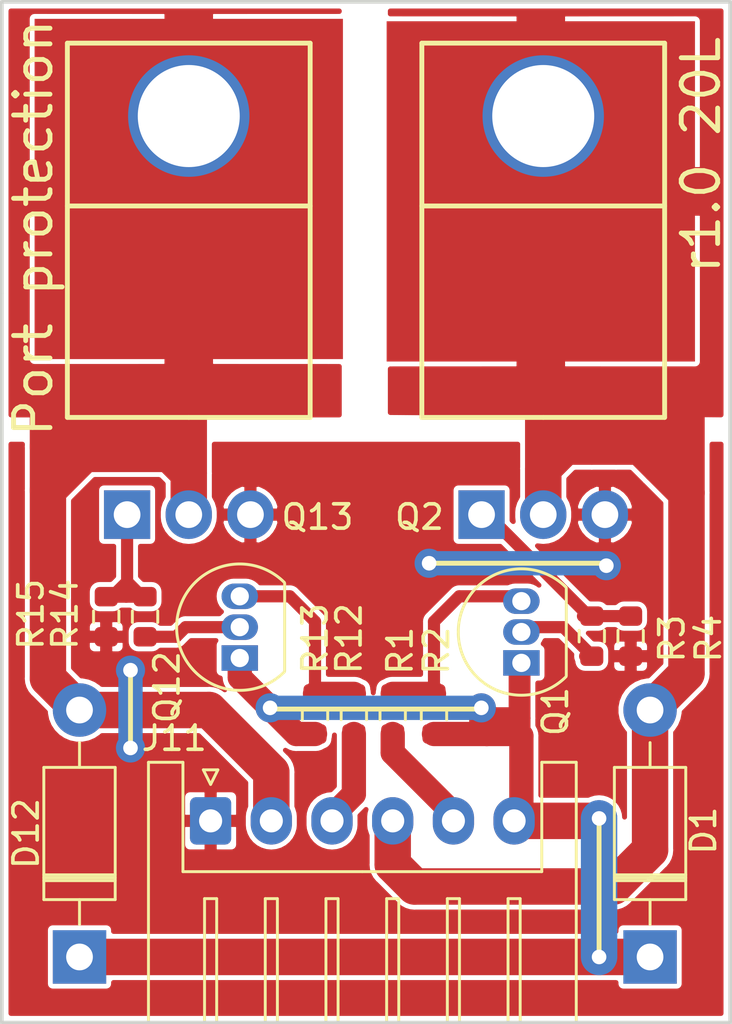
<source format=kicad_pcb>
(kicad_pcb (version 20171130) (host pcbnew "(5.1.6)-1")

  (general
    (thickness 1.6)
    (drawings 22)
    (tracks 107)
    (zones 0)
    (modules 15)
    (nets 13)
  )

  (page A4)
  (layers
    (0 F.Cu signal hide)
    (31 B.Cu signal)
    (32 B.Adhes user hide)
    (33 F.Adhes user hide)
    (34 B.Paste user hide)
    (35 F.Paste user hide)
    (36 B.SilkS user hide)
    (37 F.SilkS user hide)
    (38 B.Mask user hide)
    (39 F.Mask user)
    (40 Dwgs.User user hide)
    (41 Cmts.User user hide)
    (42 Eco1.User user hide)
    (43 Eco2.User user hide)
    (44 Edge.Cuts user)
    (45 Margin user hide)
    (46 B.CrtYd user hide)
    (47 F.CrtYd user)
    (48 B.Fab user hide)
    (49 F.Fab user)
  )

  (setup
    (last_trace_width 0.25)
    (user_trace_width 0.2)
    (user_trace_width 0.3)
    (user_trace_width 0.4)
    (user_trace_width 0.5)
    (user_trace_width 0.6)
    (user_trace_width 0.7)
    (user_trace_width 0.8)
    (user_trace_width 0.9)
    (user_trace_width 1)
    (user_trace_width 1.1)
    (user_trace_width 1.2)
    (user_trace_width 1.3)
    (user_trace_width 1.4)
    (user_trace_width 1.5)
    (user_trace_width 2)
    (user_trace_width 2.5)
    (user_trace_width 3)
    (trace_clearance 0.2)
    (zone_clearance 0.2)
    (zone_45_only no)
    (trace_min 0.2)
    (via_size 0.8)
    (via_drill 0.4)
    (via_min_size 0.4)
    (via_min_drill 0.3)
    (user_via 1.2 0.6)
    (uvia_size 0.3)
    (uvia_drill 0.1)
    (uvias_allowed no)
    (uvia_min_size 0.2)
    (uvia_min_drill 0.1)
    (edge_width 0.05)
    (segment_width 0.2)
    (pcb_text_width 0.3)
    (pcb_text_size 1.5 1.5)
    (mod_edge_width 0.12)
    (mod_text_size 1 1)
    (mod_text_width 0.15)
    (pad_size 1.524 1.524)
    (pad_drill 0.762)
    (pad_to_mask_clearance 0)
    (aux_axis_origin 0 0)
    (visible_elements 7FFFFFFF)
    (pcbplotparams
      (layerselection 0x010a0_7fffffff)
      (usegerberextensions false)
      (usegerberattributes false)
      (usegerberadvancedattributes false)
      (creategerberjobfile false)
      (excludeedgelayer true)
      (linewidth 0.100000)
      (plotframeref false)
      (viasonmask false)
      (mode 1)
      (useauxorigin true)
      (hpglpennumber 1)
      (hpglpenspeed 20)
      (hpglpendiameter 15.000000)
      (psnegative false)
      (psa4output false)
      (plotreference true)
      (plotvalue true)
      (plotinvisibletext false)
      (padsonsilk false)
      (subtractmaskfromsilk true)
      (outputformat 1)
      (mirror false)
      (drillshape 0)
      (scaleselection 1)
      (outputdirectory "C:/Users/sny-acer/Desktop/2-PortProtect/"))
  )

  (net 0 "")
  (net 1 +24V)
  (net 2 "Net-(Q12-Pad3)")
  (net 3 "Net-(Q12-Pad2)")
  (net 4 GND)
  (net 5 "Net-(Q13-Pad1)")
  (net 6 "Net-(Q1-Pad3)")
  (net 7 "Net-(Q1-Pad2)")
  (net 8 "Net-(Q2-Pad1)")
  (net 9 PLC_Y012)
  (net 10 Solenoid2)
  (net 11 PLC_Y006)
  (net 12 Solenoid1)

  (net_class Default "This is the default net class."
    (clearance 0.2)
    (trace_width 0.25)
    (via_dia 0.8)
    (via_drill 0.4)
    (uvia_dia 0.3)
    (uvia_drill 0.1)
    (add_net +24V)
    (add_net GND)
    (add_net "Net-(Q1-Pad2)")
    (add_net "Net-(Q1-Pad3)")
    (add_net "Net-(Q12-Pad2)")
    (add_net "Net-(Q12-Pad3)")
    (add_net "Net-(Q13-Pad1)")
    (add_net "Net-(Q2-Pad1)")
    (add_net PLC_Y006)
    (add_net PLC_Y012)
    (add_net Solenoid1)
    (add_net Solenoid2)
  )

  (module Connector_JST:JST_XH_S6B-XH-A_1x06_P2.50mm_Horizontal (layer F.Cu) (tedit 5C281475) (tstamp 5FE51C36)
    (at 93.6 99.7)
    (descr "JST XH series connector, S6B-XH-A (http://www.jst-mfg.com/product/pdf/eng/eXH.pdf), generated with kicad-footprint-generator")
    (tags "connector JST XH horizontal")
    (path /5FE4D6A7)
    (fp_text reference J11 (at -1.5 -3.4) (layer F.SilkS)
      (effects (font (size 1 1) (thickness 0.15)))
    )
    (fp_text value Conn_01x06 (at 6.25 10.4) (layer F.Fab)
      (effects (font (size 1 1) (thickness 0.15)))
    )
    (fp_line (start -2.95 -2.8) (end -2.95 9.7) (layer F.CrtYd) (width 0.05))
    (fp_line (start -2.95 9.7) (end 15.45 9.7) (layer F.CrtYd) (width 0.05))
    (fp_line (start 15.45 9.7) (end 15.45 -2.8) (layer F.CrtYd) (width 0.05))
    (fp_line (start 15.45 -2.8) (end -2.95 -2.8) (layer F.CrtYd) (width 0.05))
    (fp_line (start 6.25 9.31) (end -2.56 9.31) (layer F.SilkS) (width 0.12))
    (fp_line (start -2.56 9.31) (end -2.56 -2.41) (layer F.SilkS) (width 0.12))
    (fp_line (start -2.56 -2.41) (end -1.14 -2.41) (layer F.SilkS) (width 0.12))
    (fp_line (start -1.14 -2.41) (end -1.14 2.09) (layer F.SilkS) (width 0.12))
    (fp_line (start -1.14 2.09) (end 6.25 2.09) (layer F.SilkS) (width 0.12))
    (fp_line (start 6.25 9.31) (end 15.06 9.31) (layer F.SilkS) (width 0.12))
    (fp_line (start 15.06 9.31) (end 15.06 -2.41) (layer F.SilkS) (width 0.12))
    (fp_line (start 15.06 -2.41) (end 13.64 -2.41) (layer F.SilkS) (width 0.12))
    (fp_line (start 13.64 -2.41) (end 13.64 2.09) (layer F.SilkS) (width 0.12))
    (fp_line (start 13.64 2.09) (end 6.25 2.09) (layer F.SilkS) (width 0.12))
    (fp_line (start 6.25 9.2) (end -2.45 9.2) (layer F.Fab) (width 0.1))
    (fp_line (start -2.45 9.2) (end -2.45 -2.3) (layer F.Fab) (width 0.1))
    (fp_line (start -2.45 -2.3) (end -1.25 -2.3) (layer F.Fab) (width 0.1))
    (fp_line (start -1.25 -2.3) (end -1.25 2.2) (layer F.Fab) (width 0.1))
    (fp_line (start -1.25 2.2) (end 6.25 2.2) (layer F.Fab) (width 0.1))
    (fp_line (start 6.25 9.2) (end 14.95 9.2) (layer F.Fab) (width 0.1))
    (fp_line (start 14.95 9.2) (end 14.95 -2.3) (layer F.Fab) (width 0.1))
    (fp_line (start 14.95 -2.3) (end 13.75 -2.3) (layer F.Fab) (width 0.1))
    (fp_line (start 13.75 -2.3) (end 13.75 2.2) (layer F.Fab) (width 0.1))
    (fp_line (start 13.75 2.2) (end 6.25 2.2) (layer F.Fab) (width 0.1))
    (fp_line (start -0.25 3.2) (end -0.25 8.7) (layer F.SilkS) (width 0.12))
    (fp_line (start -0.25 8.7) (end 0.25 8.7) (layer F.SilkS) (width 0.12))
    (fp_line (start 0.25 8.7) (end 0.25 3.2) (layer F.SilkS) (width 0.12))
    (fp_line (start 0.25 3.2) (end -0.25 3.2) (layer F.SilkS) (width 0.12))
    (fp_line (start 2.25 3.2) (end 2.25 8.7) (layer F.SilkS) (width 0.12))
    (fp_line (start 2.25 8.7) (end 2.75 8.7) (layer F.SilkS) (width 0.12))
    (fp_line (start 2.75 8.7) (end 2.75 3.2) (layer F.SilkS) (width 0.12))
    (fp_line (start 2.75 3.2) (end 2.25 3.2) (layer F.SilkS) (width 0.12))
    (fp_line (start 4.75 3.2) (end 4.75 8.7) (layer F.SilkS) (width 0.12))
    (fp_line (start 4.75 8.7) (end 5.25 8.7) (layer F.SilkS) (width 0.12))
    (fp_line (start 5.25 8.7) (end 5.25 3.2) (layer F.SilkS) (width 0.12))
    (fp_line (start 5.25 3.2) (end 4.75 3.2) (layer F.SilkS) (width 0.12))
    (fp_line (start 7.25 3.2) (end 7.25 8.7) (layer F.SilkS) (width 0.12))
    (fp_line (start 7.25 8.7) (end 7.75 8.7) (layer F.SilkS) (width 0.12))
    (fp_line (start 7.75 8.7) (end 7.75 3.2) (layer F.SilkS) (width 0.12))
    (fp_line (start 7.75 3.2) (end 7.25 3.2) (layer F.SilkS) (width 0.12))
    (fp_line (start 9.75 3.2) (end 9.75 8.7) (layer F.SilkS) (width 0.12))
    (fp_line (start 9.75 8.7) (end 10.25 8.7) (layer F.SilkS) (width 0.12))
    (fp_line (start 10.25 8.7) (end 10.25 3.2) (layer F.SilkS) (width 0.12))
    (fp_line (start 10.25 3.2) (end 9.75 3.2) (layer F.SilkS) (width 0.12))
    (fp_line (start 12.25 3.2) (end 12.25 8.7) (layer F.SilkS) (width 0.12))
    (fp_line (start 12.25 8.7) (end 12.75 8.7) (layer F.SilkS) (width 0.12))
    (fp_line (start 12.75 8.7) (end 12.75 3.2) (layer F.SilkS) (width 0.12))
    (fp_line (start 12.75 3.2) (end 12.25 3.2) (layer F.SilkS) (width 0.12))
    (fp_line (start 0 -1.5) (end -0.3 -2.1) (layer F.SilkS) (width 0.12))
    (fp_line (start -0.3 -2.1) (end 0.3 -2.1) (layer F.SilkS) (width 0.12))
    (fp_line (start 0.3 -2.1) (end 0 -1.5) (layer F.SilkS) (width 0.12))
    (fp_line (start -0.625 2.2) (end 0 1.2) (layer F.Fab) (width 0.1))
    (fp_line (start 0 1.2) (end 0.625 2.2) (layer F.Fab) (width 0.1))
    (fp_text user %R (at 6.25 3.45) (layer F.Fab)
      (effects (font (size 1 1) (thickness 0.15)))
    )
    (pad 6 thru_hole oval (at 12.5 0) (size 1.7 1.95) (drill 0.95) (layers *.Cu *.Mask)
      (net 1 +24V))
    (pad 5 thru_hole oval (at 10 0) (size 1.7 1.95) (drill 0.95) (layers *.Cu *.Mask)
      (net 9 PLC_Y012))
    (pad 4 thru_hole oval (at 7.5 0) (size 1.7 1.95) (drill 0.95) (layers *.Cu *.Mask)
      (net 10 Solenoid2))
    (pad 3 thru_hole oval (at 5 0) (size 1.7 1.95) (drill 0.95) (layers *.Cu *.Mask)
      (net 11 PLC_Y006))
    (pad 2 thru_hole oval (at 2.5 0) (size 1.7 1.95) (drill 0.95) (layers *.Cu *.Mask)
      (net 12 Solenoid1))
    (pad 1 thru_hole roundrect (at 0 0) (size 1.7 1.95) (drill 0.95) (layers *.Cu *.Mask) (roundrect_rratio 0.1470588235294118)
      (net 4 GND))
    (model ${KISYS3DMOD}/Connector_JST.3dshapes/JST_XH_S6B-XH-A_1x06_P2.50mm_Horizontal.wrl
      (at (xyz 0 0 0))
      (scale (xyz 1 1 1))
      (rotate (xyz 0 0 0))
    )
  )

  (module CapSorting:IRLB8721PBF-2 (layer F.Cu) (tedit 5FE4B10C) (tstamp 5FE36762)
    (at 92.7 87.1)
    (path /5FE464D4)
    (fp_text reference Q13 (at 5.3 0.1) (layer F.SilkS)
      (effects (font (size 1 1) (thickness 0.15)))
    )
    (fp_text value IRLB8721PBF (at 0.175 -3.45) (layer F.Fab)
      (effects (font (size 1 1) (thickness 0.15)))
    )
    (fp_line (start 5 -12.7) (end -5 -12.7) (layer F.SilkS) (width 0.2))
    (fp_line (start 5 -4) (end 5 -19.4) (layer F.SilkS) (width 0.2))
    (fp_line (start -5 -4) (end -5 -19.4) (layer F.SilkS) (width 0.2))
    (fp_line (start 0 -4) (end 5 -4) (layer F.SilkS) (width 0.2))
    (fp_line (start 0 -4) (end -5 -4) (layer F.SilkS) (width 0.2))
    (fp_line (start 2.54 0) (end 2.54 -4) (layer Eco1.User) (width 0.12))
    (fp_line (start 0 0) (end 0 -4) (layer Eco1.User) (width 0.12))
    (fp_line (start -2.54 0) (end -2.54 -4) (layer Eco1.User) (width 0.12))
    (fp_line (start 5 -19.4) (end -5 -19.4) (layer F.SilkS) (width 0.2))
    (pad 2 thru_hole circle (at 0 -16.4) (size 5 5) (drill 4.2) (layers *.Cu *.Mask)
      (net 12 Solenoid1))
    (pad 1 thru_hole rect (at -2.54 0) (size 1.905 2) (drill 1.1) (layers *.Cu *.Mask)
      (net 5 "Net-(Q13-Pad1)"))
    (pad 3 thru_hole oval (at 2.54 0) (size 1.905 2) (drill 1.1) (layers *.Cu *.Mask)
      (net 4 GND))
    (pad 2 thru_hole oval (at 0 0) (size 1.905 2) (drill 1.1) (layers *.Cu *.Mask)
      (net 12 Solenoid1))
    (pad 2 smd rect (at 0 -13.4) (size 12.7 14) (layers F.Cu F.Paste F.Mask)
      (net 12 Solenoid1))
  )

  (module CapSorting:IRLB8721PBF-2 (layer F.Cu) (tedit 5FE4B0B1) (tstamp 5FE367AD)
    (at 107.3 87.1)
    (path /5FE44DFD)
    (fp_text reference Q2 (at -5.1 0.1) (layer F.SilkS)
      (effects (font (size 1 1) (thickness 0.15)))
    )
    (fp_text value IRLB8721PBF (at 0.425 -3.5) (layer F.Fab)
      (effects (font (size 1 1) (thickness 0.15)))
    )
    (fp_line (start 5 -12.7) (end -5 -12.7) (layer F.SilkS) (width 0.2))
    (fp_line (start 5 -4) (end 5 -19.4) (layer F.SilkS) (width 0.2))
    (fp_line (start -5 -4) (end -5 -19.4) (layer F.SilkS) (width 0.2))
    (fp_line (start 0 -4) (end 5 -4) (layer F.SilkS) (width 0.2))
    (fp_line (start 0 -4) (end -5 -4) (layer F.SilkS) (width 0.2))
    (fp_line (start 2.54 0) (end 2.54 -4) (layer Eco1.User) (width 0.12))
    (fp_line (start 0 0) (end 0 -4) (layer Eco1.User) (width 0.12))
    (fp_line (start -2.54 0) (end -2.54 -4) (layer Eco1.User) (width 0.12))
    (fp_line (start 5 -19.4) (end -5 -19.4) (layer F.SilkS) (width 0.2))
    (pad 2 thru_hole circle (at 0 -16.4) (size 5 5) (drill 4.2) (layers *.Cu *.Mask)
      (net 10 Solenoid2))
    (pad 1 thru_hole rect (at -2.54 0) (size 1.905 2) (drill 1.1) (layers *.Cu *.Mask)
      (net 8 "Net-(Q2-Pad1)"))
    (pad 3 thru_hole oval (at 2.54 0) (size 1.905 2) (drill 1.1) (layers *.Cu *.Mask)
      (net 4 GND))
    (pad 2 thru_hole oval (at 0 0) (size 1.905 2) (drill 1.1) (layers *.Cu *.Mask)
      (net 10 Solenoid2))
    (pad 2 smd rect (at -0.1 -13.3) (size 12.7 14) (layers F.Cu F.Paste F.Mask)
      (net 10 Solenoid2))
  )

  (module Resistor_SMD:R_0603_1608Metric (layer F.Cu) (tedit 5F68FEEE) (tstamp 5FE3681F)
    (at 110.9 92.1 270)
    (descr "Resistor SMD 0603 (1608 Metric), square (rectangular) end terminal, IPC_7351 nominal, (Body size source: IPC-SM-782 page 72, https://www.pcb-3d.com/wordpress/wp-content/uploads/ipc-sm-782a_amendment_1_and_2.pdf), generated with kicad-footprint-generator")
    (tags resistor)
    (path /5FE44DEE)
    (attr smd)
    (fp_text reference R4 (at 0.1 -3.2 270) (layer F.SilkS)
      (effects (font (size 1 1) (thickness 0.15)))
    )
    (fp_text value 22k (at 0.025 -3.125 270) (layer F.Fab)
      (effects (font (size 1 1) (thickness 0.15)))
    )
    (fp_line (start -0.8 0.4125) (end -0.8 -0.4125) (layer F.Fab) (width 0.1))
    (fp_line (start -0.8 -0.4125) (end 0.8 -0.4125) (layer F.Fab) (width 0.1))
    (fp_line (start 0.8 -0.4125) (end 0.8 0.4125) (layer F.Fab) (width 0.1))
    (fp_line (start 0.8 0.4125) (end -0.8 0.4125) (layer F.Fab) (width 0.1))
    (fp_line (start -0.237258 -0.5225) (end 0.237258 -0.5225) (layer F.SilkS) (width 0.12))
    (fp_line (start -0.237258 0.5225) (end 0.237258 0.5225) (layer F.SilkS) (width 0.12))
    (fp_line (start -1.48 0.73) (end -1.48 -0.73) (layer F.CrtYd) (width 0.05))
    (fp_line (start -1.48 -0.73) (end 1.48 -0.73) (layer F.CrtYd) (width 0.05))
    (fp_line (start 1.48 -0.73) (end 1.48 0.73) (layer F.CrtYd) (width 0.05))
    (fp_line (start 1.48 0.73) (end -1.48 0.73) (layer F.CrtYd) (width 0.05))
    (fp_text user %R (at 0 0 270) (layer F.Fab)
      (effects (font (size 0.4 0.4) (thickness 0.06)))
    )
    (pad 1 smd roundrect (at -0.825 0 270) (size 0.8 0.95) (layers F.Cu F.Paste F.Mask) (roundrect_rratio 0.25)
      (net 8 "Net-(Q2-Pad1)"))
    (pad 2 smd roundrect (at 0.825 0 270) (size 0.8 0.95) (layers F.Cu F.Paste F.Mask) (roundrect_rratio 0.25)
      (net 4 GND))
    (model ${KISYS3DMOD}/Resistor_SMD.3dshapes/R_0603_1608Metric.wrl
      (at (xyz 0 0 0))
      (scale (xyz 1 1 1))
      (rotate (xyz 0 0 0))
    )
  )

  (module Resistor_SMD:R_0603_1608Metric (layer F.Cu) (tedit 5F68FEEE) (tstamp 5FE36882)
    (at 109.3 92.1 270)
    (descr "Resistor SMD 0603 (1608 Metric), square (rectangular) end terminal, IPC_7351 nominal, (Body size source: IPC-SM-782 page 72, https://www.pcb-3d.com/wordpress/wp-content/uploads/ipc-sm-782a_amendment_1_and_2.pdf), generated with kicad-footprint-generator")
    (tags resistor)
    (path /5FE44DE8)
    (attr smd)
    (fp_text reference R3 (at 0.1 -3.3 270) (layer F.SilkS)
      (effects (font (size 1 1) (thickness 0.15)))
    )
    (fp_text value 10k (at 0.025 -3.225 270) (layer F.Fab)
      (effects (font (size 1 1) (thickness 0.15)))
    )
    (fp_line (start 1.48 0.73) (end -1.48 0.73) (layer F.CrtYd) (width 0.05))
    (fp_line (start 1.48 -0.73) (end 1.48 0.73) (layer F.CrtYd) (width 0.05))
    (fp_line (start -1.48 -0.73) (end 1.48 -0.73) (layer F.CrtYd) (width 0.05))
    (fp_line (start -1.48 0.73) (end -1.48 -0.73) (layer F.CrtYd) (width 0.05))
    (fp_line (start -0.237258 0.5225) (end 0.237258 0.5225) (layer F.SilkS) (width 0.12))
    (fp_line (start -0.237258 -0.5225) (end 0.237258 -0.5225) (layer F.SilkS) (width 0.12))
    (fp_line (start 0.8 0.4125) (end -0.8 0.4125) (layer F.Fab) (width 0.1))
    (fp_line (start 0.8 -0.4125) (end 0.8 0.4125) (layer F.Fab) (width 0.1))
    (fp_line (start -0.8 -0.4125) (end 0.8 -0.4125) (layer F.Fab) (width 0.1))
    (fp_line (start -0.8 0.4125) (end -0.8 -0.4125) (layer F.Fab) (width 0.1))
    (fp_text user %R (at 0 0 270) (layer F.Fab)
      (effects (font (size 0.4 0.4) (thickness 0.06)))
    )
    (pad 2 smd roundrect (at 0.825 0 270) (size 0.8 0.95) (layers F.Cu F.Paste F.Mask) (roundrect_rratio 0.25)
      (net 7 "Net-(Q1-Pad2)"))
    (pad 1 smd roundrect (at -0.825 0 270) (size 0.8 0.95) (layers F.Cu F.Paste F.Mask) (roundrect_rratio 0.25)
      (net 8 "Net-(Q2-Pad1)"))
    (model ${KISYS3DMOD}/Resistor_SMD.3dshapes/R_0603_1608Metric.wrl
      (at (xyz 0 0 0))
      (scale (xyz 1 1 1))
      (rotate (xyz 0 0 0))
    )
  )

  (module Resistor_SMD:R_0603_1608Metric (layer F.Cu) (tedit 5F68FEEE) (tstamp 5FE368B2)
    (at 102.8 95.3 90)
    (descr "Resistor SMD 0603 (1608 Metric), square (rectangular) end terminal, IPC_7351 nominal, (Body size source: IPC-SM-782 page 72, https://www.pcb-3d.com/wordpress/wp-content/uploads/ipc-sm-782a_amendment_1_and_2.pdf), generated with kicad-footprint-generator")
    (tags resistor)
    (path /5FE44DD6)
    (attr smd)
    (fp_text reference R2 (at 2.6 0.1 90) (layer F.SilkS)
      (effects (font (size 1 1) (thickness 0.15)))
    )
    (fp_text value 47k (at 3.075 0.125 90) (layer F.Fab)
      (effects (font (size 1 1) (thickness 0.15)))
    )
    (fp_line (start 1.48 0.73) (end -1.48 0.73) (layer F.CrtYd) (width 0.05))
    (fp_line (start 1.48 -0.73) (end 1.48 0.73) (layer F.CrtYd) (width 0.05))
    (fp_line (start -1.48 -0.73) (end 1.48 -0.73) (layer F.CrtYd) (width 0.05))
    (fp_line (start -1.48 0.73) (end -1.48 -0.73) (layer F.CrtYd) (width 0.05))
    (fp_line (start -0.237258 0.5225) (end 0.237258 0.5225) (layer F.SilkS) (width 0.12))
    (fp_line (start -0.237258 -0.5225) (end 0.237258 -0.5225) (layer F.SilkS) (width 0.12))
    (fp_line (start 0.8 0.4125) (end -0.8 0.4125) (layer F.Fab) (width 0.1))
    (fp_line (start 0.8 -0.4125) (end 0.8 0.4125) (layer F.Fab) (width 0.1))
    (fp_line (start -0.8 -0.4125) (end 0.8 -0.4125) (layer F.Fab) (width 0.1))
    (fp_line (start -0.8 0.4125) (end -0.8 -0.4125) (layer F.Fab) (width 0.1))
    (fp_text user %R (at 0 0 90) (layer F.Fab)
      (effects (font (size 0.4 0.4) (thickness 0.06)))
    )
    (pad 2 smd roundrect (at 0.825 0 90) (size 0.8 0.95) (layers F.Cu F.Paste F.Mask) (roundrect_rratio 0.25)
      (net 6 "Net-(Q1-Pad3)"))
    (pad 1 smd roundrect (at -0.825 0 90) (size 0.8 0.95) (layers F.Cu F.Paste F.Mask) (roundrect_rratio 0.25)
      (net 1 +24V))
    (model ${KISYS3DMOD}/Resistor_SMD.3dshapes/R_0603_1608Metric.wrl
      (at (xyz 0 0 0))
      (scale (xyz 1 1 1))
      (rotate (xyz 0 0 0))
    )
  )

  (module Resistor_SMD:R_0603_1608Metric (layer F.Cu) (tedit 5F68FEEE) (tstamp 5FE36912)
    (at 101.1 95.3 270)
    (descr "Resistor SMD 0603 (1608 Metric), square (rectangular) end terminal, IPC_7351 nominal, (Body size source: IPC-SM-782 page 72, https://www.pcb-3d.com/wordpress/wp-content/uploads/ipc-sm-782a_amendment_1_and_2.pdf), generated with kicad-footprint-generator")
    (tags resistor)
    (path /5FE44DDC)
    (attr smd)
    (fp_text reference R1 (at -2.6 -0.3 90) (layer F.SilkS)
      (effects (font (size 1 1) (thickness 0.15)))
    )
    (fp_text value 10k (at -3.2 1.65 90) (layer F.Fab)
      (effects (font (size 1 1) (thickness 0.15)))
    )
    (fp_line (start 1.48 0.73) (end -1.48 0.73) (layer F.CrtYd) (width 0.05))
    (fp_line (start 1.48 -0.73) (end 1.48 0.73) (layer F.CrtYd) (width 0.05))
    (fp_line (start -1.48 -0.73) (end 1.48 -0.73) (layer F.CrtYd) (width 0.05))
    (fp_line (start -1.48 0.73) (end -1.48 -0.73) (layer F.CrtYd) (width 0.05))
    (fp_line (start -0.237258 0.5225) (end 0.237258 0.5225) (layer F.SilkS) (width 0.12))
    (fp_line (start -0.237258 -0.5225) (end 0.237258 -0.5225) (layer F.SilkS) (width 0.12))
    (fp_line (start 0.8 0.4125) (end -0.8 0.4125) (layer F.Fab) (width 0.1))
    (fp_line (start 0.8 -0.4125) (end 0.8 0.4125) (layer F.Fab) (width 0.1))
    (fp_line (start -0.8 -0.4125) (end 0.8 -0.4125) (layer F.Fab) (width 0.1))
    (fp_line (start -0.8 0.4125) (end -0.8 -0.4125) (layer F.Fab) (width 0.1))
    (fp_text user %R (at 0 0 90) (layer F.Fab)
      (effects (font (size 0.4 0.4) (thickness 0.06)))
    )
    (pad 2 smd roundrect (at 0.825 0 270) (size 0.8 0.95) (layers F.Cu F.Paste F.Mask) (roundrect_rratio 0.25)
      (net 9 PLC_Y012))
    (pad 1 smd roundrect (at -0.825 0 270) (size 0.8 0.95) (layers F.Cu F.Paste F.Mask) (roundrect_rratio 0.25)
      (net 6 "Net-(Q1-Pad3)"))
    (model ${KISYS3DMOD}/Resistor_SMD.3dshapes/R_0603_1608Metric.wrl
      (at (xyz 0 0 0))
      (scale (xyz 1 1 1))
      (rotate (xyz 0 0 0))
    )
  )

  (module Package_TO_SOT_THT:TO-92_Inline (layer F.Cu) (tedit 5A1DD157) (tstamp 5FE589D8)
    (at 106.4 93.2 90)
    (descr "TO-92 leads in-line, narrow, oval pads, drill 0.75mm (see NXP sot054_po.pdf)")
    (tags "to-92 sc-43 sc-43a sot54 PA33 transistor")
    (path /5FE44DD0)
    (fp_text reference Q1 (at -2 1.4 90) (layer F.SilkS)
      (effects (font (size 1 1) (thickness 0.15)))
    )
    (fp_text value 2SA1015 (at -2.6 0.6 180) (layer F.Fab)
      (effects (font (size 1 1) (thickness 0.15)))
    )
    (fp_line (start 4 2.01) (end -1.46 2.01) (layer F.CrtYd) (width 0.05))
    (fp_line (start 4 2.01) (end 4 -2.73) (layer F.CrtYd) (width 0.05))
    (fp_line (start -1.46 -2.73) (end -1.46 2.01) (layer F.CrtYd) (width 0.05))
    (fp_line (start -1.46 -2.73) (end 4 -2.73) (layer F.CrtYd) (width 0.05))
    (fp_line (start -0.5 1.75) (end 3 1.75) (layer F.Fab) (width 0.1))
    (fp_line (start -0.53 1.85) (end 3.07 1.85) (layer F.SilkS) (width 0.12))
    (fp_arc (start 1.27 0) (end 1.27 -2.6) (angle 135) (layer F.SilkS) (width 0.12))
    (fp_arc (start 1.27 0) (end 1.27 -2.48) (angle -135) (layer F.Fab) (width 0.1))
    (fp_arc (start 1.27 0) (end 1.27 -2.6) (angle -135) (layer F.SilkS) (width 0.12))
    (fp_arc (start 1.27 0) (end 1.27 -2.48) (angle 135) (layer F.Fab) (width 0.1))
    (fp_text user %R (at 1.27 0 90) (layer F.Fab)
      (effects (font (size 1 1) (thickness 0.15)))
    )
    (pad 1 thru_hole rect (at 0 0 90) (size 1.05 1.5) (drill 0.75) (layers *.Cu *.Mask)
      (net 1 +24V))
    (pad 3 thru_hole oval (at 2.54 0 90) (size 1.05 1.5) (drill 0.75) (layers *.Cu *.Mask)
      (net 6 "Net-(Q1-Pad3)"))
    (pad 2 thru_hole oval (at 1.27 0 90) (size 1.05 1.5) (drill 0.75) (layers *.Cu *.Mask)
      (net 7 "Net-(Q1-Pad2)"))
    (model ${KISYS3DMOD}/Package_TO_SOT_THT.3dshapes/TO-92_Inline.wrl
      (at (xyz 0 0 0))
      (scale (xyz 1 1 1))
      (rotate (xyz 0 0 0))
    )
  )

  (module Diode_THT:D_DO-41_SOD81_P10.16mm_Horizontal (layer F.Cu) (tedit 5AE50CD5) (tstamp 5FE36BF4)
    (at 111.7 105.3 90)
    (descr "Diode, DO-41_SOD81 series, Axial, Horizontal, pin pitch=10.16mm, , length*diameter=5.2*2.7mm^2, , http://www.diodes.com/_files/packages/DO-41%20(Plastic).pdf")
    (tags "Diode DO-41_SOD81 series Axial Horizontal pin pitch 10.16mm  length 5.2mm diameter 2.7mm")
    (path /5FE44E1A)
    (fp_text reference D1 (at 5.2 2.2 90) (layer F.SilkS)
      (effects (font (size 1 1) (thickness 0.15)))
    )
    (fp_text value 1N4003 (at 5.08 2.47 90) (layer F.Fab)
      (effects (font (size 1 1) (thickness 0.15)))
    )
    (fp_line (start 11.51 -1.6) (end -1.35 -1.6) (layer F.CrtYd) (width 0.05))
    (fp_line (start 11.51 1.6) (end 11.51 -1.6) (layer F.CrtYd) (width 0.05))
    (fp_line (start -1.35 1.6) (end 11.51 1.6) (layer F.CrtYd) (width 0.05))
    (fp_line (start -1.35 -1.6) (end -1.35 1.6) (layer F.CrtYd) (width 0.05))
    (fp_line (start 3.14 -1.47) (end 3.14 1.47) (layer F.SilkS) (width 0.12))
    (fp_line (start 3.38 -1.47) (end 3.38 1.47) (layer F.SilkS) (width 0.12))
    (fp_line (start 3.26 -1.47) (end 3.26 1.47) (layer F.SilkS) (width 0.12))
    (fp_line (start 8.82 0) (end 7.8 0) (layer F.SilkS) (width 0.12))
    (fp_line (start 1.34 0) (end 2.36 0) (layer F.SilkS) (width 0.12))
    (fp_line (start 7.8 -1.47) (end 2.36 -1.47) (layer F.SilkS) (width 0.12))
    (fp_line (start 7.8 1.47) (end 7.8 -1.47) (layer F.SilkS) (width 0.12))
    (fp_line (start 2.36 1.47) (end 7.8 1.47) (layer F.SilkS) (width 0.12))
    (fp_line (start 2.36 -1.47) (end 2.36 1.47) (layer F.SilkS) (width 0.12))
    (fp_line (start 3.16 -1.35) (end 3.16 1.35) (layer F.Fab) (width 0.1))
    (fp_line (start 3.36 -1.35) (end 3.36 1.35) (layer F.Fab) (width 0.1))
    (fp_line (start 3.26 -1.35) (end 3.26 1.35) (layer F.Fab) (width 0.1))
    (fp_line (start 10.16 0) (end 7.68 0) (layer F.Fab) (width 0.1))
    (fp_line (start 0 0) (end 2.48 0) (layer F.Fab) (width 0.1))
    (fp_line (start 7.68 -1.35) (end 2.48 -1.35) (layer F.Fab) (width 0.1))
    (fp_line (start 7.68 1.35) (end 7.68 -1.35) (layer F.Fab) (width 0.1))
    (fp_line (start 2.48 1.35) (end 7.68 1.35) (layer F.Fab) (width 0.1))
    (fp_line (start 2.48 -1.35) (end 2.48 1.35) (layer F.Fab) (width 0.1))
    (fp_text user K (at 0 -2.1 90) (layer F.Fab)
      (effects (font (size 1 1) (thickness 0.15)))
    )
    (fp_text user %R (at 5.47 0 90) (layer F.Fab)
      (effects (font (size 1 1) (thickness 0.15)))
    )
    (pad 2 thru_hole oval (at 10.16 0 90) (size 2.2 2.2) (drill 1.1) (layers *.Cu *.Mask)
      (net 10 Solenoid2))
    (pad 1 thru_hole rect (at 0 0 90) (size 2.2 2.2) (drill 1.1) (layers *.Cu *.Mask)
      (net 1 +24V))
    (model ${KISYS3DMOD}/Diode_THT.3dshapes/D_DO-41_SOD81_P10.16mm_Horizontal.wrl
      (at (xyz 0 0 0))
      (scale (xyz 1 1 1))
      (rotate (xyz 0 0 0))
    )
  )

  (module Resistor_SMD:R_0603_1608Metric (layer F.Cu) (tedit 5F68FEEE) (tstamp 5FE367EF)
    (at 89.3 91.3 270)
    (descr "Resistor SMD 0603 (1608 Metric), square (rectangular) end terminal, IPC_7351 nominal, (Body size source: IPC-SM-782 page 72, https://www.pcb-3d.com/wordpress/wp-content/uploads/ipc-sm-782a_amendment_1_and_2.pdf), generated with kicad-footprint-generator")
    (tags resistor)
    (path /5FE464C5)
    (attr smd)
    (fp_text reference R15 (at -0.1 3.1 90) (layer F.SilkS)
      (effects (font (size 1 1) (thickness 0.15)))
    )
    (fp_text value 22k (at -0.025 3.125 90) (layer F.Fab)
      (effects (font (size 1 1) (thickness 0.15)))
    )
    (fp_line (start 1.48 0.73) (end -1.48 0.73) (layer F.CrtYd) (width 0.05))
    (fp_line (start 1.48 -0.73) (end 1.48 0.73) (layer F.CrtYd) (width 0.05))
    (fp_line (start -1.48 -0.73) (end 1.48 -0.73) (layer F.CrtYd) (width 0.05))
    (fp_line (start -1.48 0.73) (end -1.48 -0.73) (layer F.CrtYd) (width 0.05))
    (fp_line (start -0.237258 0.5225) (end 0.237258 0.5225) (layer F.SilkS) (width 0.12))
    (fp_line (start -0.237258 -0.5225) (end 0.237258 -0.5225) (layer F.SilkS) (width 0.12))
    (fp_line (start 0.8 0.4125) (end -0.8 0.4125) (layer F.Fab) (width 0.1))
    (fp_line (start 0.8 -0.4125) (end 0.8 0.4125) (layer F.Fab) (width 0.1))
    (fp_line (start -0.8 -0.4125) (end 0.8 -0.4125) (layer F.Fab) (width 0.1))
    (fp_line (start -0.8 0.4125) (end -0.8 -0.4125) (layer F.Fab) (width 0.1))
    (fp_text user %R (at 0 0 90) (layer F.Fab)
      (effects (font (size 0.4 0.4) (thickness 0.06)))
    )
    (pad 2 smd roundrect (at 0.825 0 270) (size 0.8 0.95) (layers F.Cu F.Paste F.Mask) (roundrect_rratio 0.25)
      (net 4 GND))
    (pad 1 smd roundrect (at -0.825 0 270) (size 0.8 0.95) (layers F.Cu F.Paste F.Mask) (roundrect_rratio 0.25)
      (net 5 "Net-(Q13-Pad1)"))
    (model ${KISYS3DMOD}/Resistor_SMD.3dshapes/R_0603_1608Metric.wrl
      (at (xyz 0 0 0))
      (scale (xyz 1 1 1))
      (rotate (xyz 0 0 0))
    )
  )

  (module Resistor_SMD:R_0603_1608Metric (layer F.Cu) (tedit 5F68FEEE) (tstamp 5FE4ADCB)
    (at 90.9 91.3 270)
    (descr "Resistor SMD 0603 (1608 Metric), square (rectangular) end terminal, IPC_7351 nominal, (Body size source: IPC-SM-782 page 72, https://www.pcb-3d.com/wordpress/wp-content/uploads/ipc-sm-782a_amendment_1_and_2.pdf), generated with kicad-footprint-generator")
    (tags resistor)
    (path /5FE464BF)
    (attr smd)
    (fp_text reference R14 (at -0.1 3.3 90) (layer F.SilkS)
      (effects (font (size 1 1) (thickness 0.15)))
    )
    (fp_text value 10k (at 0 3.175 90) (layer F.Fab)
      (effects (font (size 1 1) (thickness 0.15)))
    )
    (fp_line (start 1.48 0.73) (end -1.48 0.73) (layer F.CrtYd) (width 0.05))
    (fp_line (start 1.48 -0.73) (end 1.48 0.73) (layer F.CrtYd) (width 0.05))
    (fp_line (start -1.48 -0.73) (end 1.48 -0.73) (layer F.CrtYd) (width 0.05))
    (fp_line (start -1.48 0.73) (end -1.48 -0.73) (layer F.CrtYd) (width 0.05))
    (fp_line (start -0.237258 0.5225) (end 0.237258 0.5225) (layer F.SilkS) (width 0.12))
    (fp_line (start -0.237258 -0.5225) (end 0.237258 -0.5225) (layer F.SilkS) (width 0.12))
    (fp_line (start 0.8 0.4125) (end -0.8 0.4125) (layer F.Fab) (width 0.1))
    (fp_line (start 0.8 -0.4125) (end 0.8 0.4125) (layer F.Fab) (width 0.1))
    (fp_line (start -0.8 -0.4125) (end 0.8 -0.4125) (layer F.Fab) (width 0.1))
    (fp_line (start -0.8 0.4125) (end -0.8 -0.4125) (layer F.Fab) (width 0.1))
    (fp_text user %R (at 0 0 90) (layer F.Fab)
      (effects (font (size 0.4 0.4) (thickness 0.06)))
    )
    (pad 2 smd roundrect (at 0.825 0 270) (size 0.8 0.95) (layers F.Cu F.Paste F.Mask) (roundrect_rratio 0.25)
      (net 3 "Net-(Q12-Pad2)"))
    (pad 1 smd roundrect (at -0.825 0 270) (size 0.8 0.95) (layers F.Cu F.Paste F.Mask) (roundrect_rratio 0.25)
      (net 5 "Net-(Q13-Pad1)"))
    (model ${KISYS3DMOD}/Resistor_SMD.3dshapes/R_0603_1608Metric.wrl
      (at (xyz 0 0 0))
      (scale (xyz 1 1 1))
      (rotate (xyz 0 0 0))
    )
  )

  (module Resistor_SMD:R_0603_1608Metric (layer F.Cu) (tedit 5F68FEEE) (tstamp 5FE41648)
    (at 97.9 95.3 90)
    (descr "Resistor SMD 0603 (1608 Metric), square (rectangular) end terminal, IPC_7351 nominal, (Body size source: IPC-SM-782 page 72, https://www.pcb-3d.com/wordpress/wp-content/uploads/ipc-sm-782a_amendment_1_and_2.pdf), generated with kicad-footprint-generator")
    (tags resistor)
    (path /5FE464AD)
    (attr smd)
    (fp_text reference R13 (at 3.1 0 270) (layer F.SilkS)
      (effects (font (size 1 1) (thickness 0.15)))
    )
    (fp_text value 47k (at 3.125 3.25 270) (layer F.Fab)
      (effects (font (size 1 1) (thickness 0.15)))
    )
    (fp_line (start 1.48 0.73) (end -1.48 0.73) (layer F.CrtYd) (width 0.05))
    (fp_line (start 1.48 -0.73) (end 1.48 0.73) (layer F.CrtYd) (width 0.05))
    (fp_line (start -1.48 -0.73) (end 1.48 -0.73) (layer F.CrtYd) (width 0.05))
    (fp_line (start -1.48 0.73) (end -1.48 -0.73) (layer F.CrtYd) (width 0.05))
    (fp_line (start -0.237258 0.5225) (end 0.237258 0.5225) (layer F.SilkS) (width 0.12))
    (fp_line (start -0.237258 -0.5225) (end 0.237258 -0.5225) (layer F.SilkS) (width 0.12))
    (fp_line (start 0.8 0.4125) (end -0.8 0.4125) (layer F.Fab) (width 0.1))
    (fp_line (start 0.8 -0.4125) (end 0.8 0.4125) (layer F.Fab) (width 0.1))
    (fp_line (start -0.8 -0.4125) (end 0.8 -0.4125) (layer F.Fab) (width 0.1))
    (fp_line (start -0.8 0.4125) (end -0.8 -0.4125) (layer F.Fab) (width 0.1))
    (fp_text user %R (at 0 0 270) (layer F.Fab)
      (effects (font (size 0.4 0.4) (thickness 0.06)))
    )
    (pad 2 smd roundrect (at 0.825 0 90) (size 0.8 0.95) (layers F.Cu F.Paste F.Mask) (roundrect_rratio 0.25)
      (net 2 "Net-(Q12-Pad3)"))
    (pad 1 smd roundrect (at -0.825 0 90) (size 0.8 0.95) (layers F.Cu F.Paste F.Mask) (roundrect_rratio 0.25)
      (net 1 +24V))
    (model ${KISYS3DMOD}/Resistor_SMD.3dshapes/R_0603_1608Metric.wrl
      (at (xyz 0 0 0))
      (scale (xyz 1 1 1))
      (rotate (xyz 0 0 0))
    )
  )

  (module Resistor_SMD:R_0603_1608Metric (layer F.Cu) (tedit 5F68FEEE) (tstamp 5FE366F6)
    (at 99.5 95.3 270)
    (descr "Resistor SMD 0603 (1608 Metric), square (rectangular) end terminal, IPC_7351 nominal, (Body size source: IPC-SM-782 page 72, https://www.pcb-3d.com/wordpress/wp-content/uploads/ipc-sm-782a_amendment_1_and_2.pdf), generated with kicad-footprint-generator")
    (tags resistor)
    (path /5FE464B3)
    (attr smd)
    (fp_text reference R12 (at -3.1 0.2 270) (layer F.SilkS)
      (effects (font (size 1 1) (thickness 0.15)))
    )
    (fp_text value 10k (at -3.175 1.6 270) (layer F.Fab)
      (effects (font (size 1 1) (thickness 0.15)))
    )
    (fp_line (start 1.48 0.73) (end -1.48 0.73) (layer F.CrtYd) (width 0.05))
    (fp_line (start 1.48 -0.73) (end 1.48 0.73) (layer F.CrtYd) (width 0.05))
    (fp_line (start -1.48 -0.73) (end 1.48 -0.73) (layer F.CrtYd) (width 0.05))
    (fp_line (start -1.48 0.73) (end -1.48 -0.73) (layer F.CrtYd) (width 0.05))
    (fp_line (start -0.237258 0.5225) (end 0.237258 0.5225) (layer F.SilkS) (width 0.12))
    (fp_line (start -0.237258 -0.5225) (end 0.237258 -0.5225) (layer F.SilkS) (width 0.12))
    (fp_line (start 0.8 0.4125) (end -0.8 0.4125) (layer F.Fab) (width 0.1))
    (fp_line (start 0.8 -0.4125) (end 0.8 0.4125) (layer F.Fab) (width 0.1))
    (fp_line (start -0.8 -0.4125) (end 0.8 -0.4125) (layer F.Fab) (width 0.1))
    (fp_line (start -0.8 0.4125) (end -0.8 -0.4125) (layer F.Fab) (width 0.1))
    (fp_text user %R (at 0 3.184999 270) (layer F.Fab)
      (effects (font (size 0.4 0.4) (thickness 0.06)))
    )
    (pad 2 smd roundrect (at 0.825 0 270) (size 0.8 0.95) (layers F.Cu F.Paste F.Mask) (roundrect_rratio 0.25)
      (net 11 PLC_Y006))
    (pad 1 smd roundrect (at -0.825 0 270) (size 0.8 0.95) (layers F.Cu F.Paste F.Mask) (roundrect_rratio 0.25)
      (net 2 "Net-(Q12-Pad3)"))
    (model ${KISYS3DMOD}/Resistor_SMD.3dshapes/R_0603_1608Metric.wrl
      (at (xyz 0 0 0))
      (scale (xyz 1 1 1))
      (rotate (xyz 0 0 0))
    )
  )

  (module Package_TO_SOT_THT:TO-92_Inline (layer F.Cu) (tedit 5A1DD157) (tstamp 5FE58770)
    (at 94.8 93 90)
    (descr "TO-92 leads in-line, narrow, oval pads, drill 0.75mm (see NXP sot054_po.pdf)")
    (tags "to-92 sc-43 sc-43a sot54 PA33 transistor")
    (path /5FE464A7)
    (fp_text reference Q12 (at -1.2 -3 90) (layer F.SilkS)
      (effects (font (size 1 1) (thickness 0.15)))
    )
    (fp_text value 2SA1015 (at -2.5 -0.95) (layer F.Fab)
      (effects (font (size 1 1) (thickness 0.15)))
    )
    (fp_line (start 4 2.01) (end -1.46 2.01) (layer F.CrtYd) (width 0.05))
    (fp_line (start 4 2.01) (end 4 -2.73) (layer F.CrtYd) (width 0.05))
    (fp_line (start -1.46 -2.73) (end -1.46 2.01) (layer F.CrtYd) (width 0.05))
    (fp_line (start -1.46 -2.73) (end 4 -2.73) (layer F.CrtYd) (width 0.05))
    (fp_line (start -0.5 1.75) (end 3 1.75) (layer F.Fab) (width 0.1))
    (fp_line (start -0.53 1.85) (end 3.07 1.85) (layer F.SilkS) (width 0.12))
    (fp_arc (start 1.27 0) (end 1.27 -2.6) (angle 135) (layer F.SilkS) (width 0.12))
    (fp_arc (start 1.27 0) (end 1.27 -2.48) (angle -135) (layer F.Fab) (width 0.1))
    (fp_arc (start 1.27 0) (end 1.27 -2.6) (angle -135) (layer F.SilkS) (width 0.12))
    (fp_arc (start 1.27 0) (end 1.27 -2.48) (angle 135) (layer F.Fab) (width 0.1))
    (fp_text user %R (at 1.27 0 90) (layer F.Fab)
      (effects (font (size 1 1) (thickness 0.15)))
    )
    (pad 1 thru_hole rect (at 0 0 90) (size 1.05 1.5) (drill 0.75) (layers *.Cu *.Mask)
      (net 1 +24V))
    (pad 3 thru_hole oval (at 2.54 0 90) (size 1.05 1.5) (drill 0.75) (layers *.Cu *.Mask)
      (net 2 "Net-(Q12-Pad3)"))
    (pad 2 thru_hole oval (at 1.27 0 90) (size 1.05 1.5) (drill 0.75) (layers *.Cu *.Mask)
      (net 3 "Net-(Q12-Pad2)"))
    (model ${KISYS3DMOD}/Package_TO_SOT_THT.3dshapes/TO-92_Inline.wrl
      (at (xyz 0 0 0))
      (scale (xyz 1 1 1))
      (rotate (xyz 0 0 0))
    )
  )

  (module Diode_THT:D_DO-41_SOD81_P10.16mm_Horizontal (layer F.Cu) (tedit 5AE50CD5) (tstamp 5FE36B9A)
    (at 88.2 105.3 90)
    (descr "Diode, DO-41_SOD81 series, Axial, Horizontal, pin pitch=10.16mm, , length*diameter=5.2*2.7mm^2, , http://www.diodes.com/_files/packages/DO-41%20(Plastic).pdf")
    (tags "Diode DO-41_SOD81 series Axial Horizontal pin pitch 10.16mm  length 5.2mm diameter 2.7mm")
    (path /5FE464F1)
    (fp_text reference D12 (at 5.08 -2.2 90) (layer F.SilkS)
      (effects (font (size 1 1) (thickness 0.15)))
    )
    (fp_text value 1N4003 (at 5.075 -2.3 90) (layer F.Fab)
      (effects (font (size 1 1) (thickness 0.15)))
    )
    (fp_line (start 11.51 -1.6) (end -1.35 -1.6) (layer F.CrtYd) (width 0.05))
    (fp_line (start 11.51 1.6) (end 11.51 -1.6) (layer F.CrtYd) (width 0.05))
    (fp_line (start -1.35 1.6) (end 11.51 1.6) (layer F.CrtYd) (width 0.05))
    (fp_line (start -1.35 -1.6) (end -1.35 1.6) (layer F.CrtYd) (width 0.05))
    (fp_line (start 3.14 -1.47) (end 3.14 1.47) (layer F.SilkS) (width 0.12))
    (fp_line (start 3.38 -1.47) (end 3.38 1.47) (layer F.SilkS) (width 0.12))
    (fp_line (start 3.26 -1.47) (end 3.26 1.47) (layer F.SilkS) (width 0.12))
    (fp_line (start 8.82 0) (end 7.8 0) (layer F.SilkS) (width 0.12))
    (fp_line (start 1.34 0) (end 2.36 0) (layer F.SilkS) (width 0.12))
    (fp_line (start 7.8 -1.47) (end 2.36 -1.47) (layer F.SilkS) (width 0.12))
    (fp_line (start 7.8 1.47) (end 7.8 -1.47) (layer F.SilkS) (width 0.12))
    (fp_line (start 2.36 1.47) (end 7.8 1.47) (layer F.SilkS) (width 0.12))
    (fp_line (start 2.36 -1.47) (end 2.36 1.47) (layer F.SilkS) (width 0.12))
    (fp_line (start 3.16 -1.35) (end 3.16 1.35) (layer F.Fab) (width 0.1))
    (fp_line (start 3.36 -1.35) (end 3.36 1.35) (layer F.Fab) (width 0.1))
    (fp_line (start 3.26 -1.35) (end 3.26 1.35) (layer F.Fab) (width 0.1))
    (fp_line (start 10.16 0) (end 7.68 0) (layer F.Fab) (width 0.1))
    (fp_line (start 0 0) (end 2.48 0) (layer F.Fab) (width 0.1))
    (fp_line (start 7.68 -1.35) (end 2.48 -1.35) (layer F.Fab) (width 0.1))
    (fp_line (start 7.68 1.35) (end 7.68 -1.35) (layer F.Fab) (width 0.1))
    (fp_line (start 2.48 1.35) (end 7.68 1.35) (layer F.Fab) (width 0.1))
    (fp_line (start 2.48 -1.35) (end 2.48 1.35) (layer F.Fab) (width 0.1))
    (fp_text user K (at 0 -2.1 90) (layer F.Fab)
      (effects (font (size 1 1) (thickness 0.15)))
    )
    (fp_text user %R (at 5.47 0 180) (layer F.Fab)
      (effects (font (size 1 1) (thickness 0.15)))
    )
    (pad 2 thru_hole oval (at 10.16 0 90) (size 2.2 2.2) (drill 1.1) (layers *.Cu *.Mask)
      (net 12 Solenoid1))
    (pad 1 thru_hole rect (at 0 0 90) (size 2.2 2.2) (drill 1.1) (layers *.Cu *.Mask)
      (net 1 +24V))
    (model ${KISYS3DMOD}/Diode_THT.3dshapes/D_DO-41_SOD81_P10.16mm_Horizontal.wrl
      (at (xyz 0 0 0))
      (scale (xyz 1 1 1))
      (rotate (xyz 0 0 0))
    )
  )

  (gr_circle (center 109.6 105.3) (end 109.6 105.3) (layer F.Mask) (width 1.2) (tstamp 5FE575CC))
  (gr_circle (center 102.6 89.1) (end 102.6 89.1) (layer F.Mask) (width 1.2) (tstamp 5FE575CC))
  (gr_circle (center 90.3 93.5) (end 90.3 93.5) (layer F.Mask) (width 1.2) (tstamp 5FE575CC))
  (gr_circle (center 90.3 96.7) (end 90.3 96.7) (layer F.Mask) (width 1.2) (tstamp 5FE575CC))
  (gr_circle (center 96.05 95.05) (end 96.05 95.05) (layer F.Mask) (width 1.2) (tstamp 5FE575CC))
  (gr_circle (center 104.75 95.05) (end 104.75 95.05) (layer F.Mask) (width 1.2) (tstamp 5FE575CC))
  (gr_circle (center 109.6 99.6) (end 109.6 99.6) (layer F.Mask) (width 1.2) (tstamp 5FE575CC))
  (gr_circle (center 109.9 89.2) (end 109.9 89.2) (layer F.Mask) (width 1.2))
  (gr_text "r1.0 20L" (at 113.8 72.3 90) (layer F.SilkS) (tstamp 5FE5FE18)
    (effects (font (size 1.5 1.5) (thickness 0.2)))
  )
  (gr_text "Port protection" (at 86.3 75.3 90) (layer F.SilkS) (tstamp 5FE5FE22)
    (effects (font (size 1.5 1.5) (thickness 0.2)))
  )
  (dimension 42 (width 0.15) (layer Dwgs.User)
    (gr_text "42.000 mm" (at 117.9 87 90) (layer Dwgs.User)
      (effects (font (size 1 1) (thickness 0.15)))
    )
    (feature1 (pts (xy 115 66) (xy 117.186421 66)))
    (feature2 (pts (xy 115 108) (xy 117.186421 108)))
    (crossbar (pts (xy 116.6 108) (xy 116.6 66)))
    (arrow1a (pts (xy 116.6 66) (xy 117.186421 67.126504)))
    (arrow1b (pts (xy 116.6 66) (xy 116.013579 67.126504)))
    (arrow2a (pts (xy 116.6 108) (xy 117.186421 106.873496)))
    (arrow2b (pts (xy 116.6 108) (xy 116.013579 106.873496)))
  )
  (gr_line (start 102.6 89.1) (end 109.9 89.1) (layer F.SilkS) (width 0.2))
  (gr_line (start 90.3 96.7) (end 90.3 93.5) (layer F.SilkS) (width 0.2))
  (gr_line (start 104.7 95.1) (end 96.1 95.1) (layer F.SilkS) (width 0.2))
  (gr_line (start 109.6 99.6) (end 109.6 105.3) (layer F.SilkS) (width 0.2))
  (gr_line (start 115 78) (end 115 66) (layer Edge.Cuts) (width 0.15))
  (gr_line (start 85 66) (end 115 66) (layer Edge.Cuts) (width 0.15))
  (gr_line (start 85 78) (end 85 66) (layer Edge.Cuts) (width 0.15))
  (dimension 30 (width 0.15) (layer Dwgs.User)
    (gr_text "30.000 mm" (at 100 113) (layer Dwgs.User)
      (effects (font (size 1 1) (thickness 0.15)))
    )
    (feature1 (pts (xy 115 108) (xy 115 112.286421)))
    (feature2 (pts (xy 85 108) (xy 85 112.286421)))
    (crossbar (pts (xy 85 111.7) (xy 115 111.7)))
    (arrow1a (pts (xy 115 111.7) (xy 113.873496 112.286421)))
    (arrow1b (pts (xy 115 111.7) (xy 113.873496 111.113579)))
    (arrow2a (pts (xy 85 111.7) (xy 86.126504 112.286421)))
    (arrow2b (pts (xy 85 111.7) (xy 86.126504 111.113579)))
  )
  (gr_line (start 85 78) (end 85 108) (layer Edge.Cuts) (width 0.15) (tstamp 5FE36B38))
  (gr_line (start 115 108) (end 115 78) (layer Edge.Cuts) (width 0.15) (tstamp 5FE36B30))
  (gr_line (start 85 108) (end 115 108) (layer Edge.Cuts) (width 0.15) (tstamp 5FE369C3))

  (segment (start 111.7 105.3) (end 109.6 105.3) (width 1.5) (layer F.Cu) (net 1))
  (segment (start 109.6 105.3) (end 88.2 105.3) (width 1.5) (layer F.Cu) (net 1) (tstamp 5FE537D2))
  (via (at 109.6 105.3) (size 1.2) (drill 0.6) (layers F.Cu B.Cu) (net 1))
  (segment (start 109.6 105.3) (end 109.6 99.6) (width 1.5) (layer B.Cu) (net 1))
  (segment (start 109.6 99.6) (end 109.6 99.6) (width 1.5) (layer B.Cu) (net 1) (tstamp 5FE537E5))
  (via (at 109.6 99.6) (size 1.2) (drill 0.6) (layers F.Cu B.Cu) (net 1))
  (segment (start 109.5 99.7) (end 109.6 99.6) (width 1.5) (layer F.Cu) (net 1))
  (segment (start 106.1 99.7) (end 109.5 99.7) (width 1.5) (layer F.Cu) (net 1))
  (segment (start 106.4 99.4) (end 106.1 99.7) (width 1) (layer F.Cu) (net 1))
  (segment (start 106.4 96.2) (end 106.4 99.4) (width 1) (layer F.Cu) (net 1))
  (segment (start 106.325 96.125) (end 106.4 96.2) (width 1) (layer F.Cu) (net 1))
  (segment (start 97.125 96.125) (end 97.9 96.125) (width 1) (layer F.Cu) (net 1))
  (segment (start 96.05 95.05) (end 97.125 96.125) (width 1) (layer F.Cu) (net 1) (tstamp 5FE54176))
  (via (at 96.05 95.05) (size 1.2) (drill 0.6) (layers F.Cu B.Cu) (net 1))
  (segment (start 96.05 95.05) (end 104.75 95.05) (width 1) (layer B.Cu) (net 1))
  (segment (start 104.75 95.05) (end 104.75 95.05) (width 1) (layer B.Cu) (net 1) (tstamp 5FE54189))
  (via (at 104.75 95.05) (size 1.2) (drill 0.6) (layers F.Cu B.Cu) (net 1))
  (segment (start 104.75 95.9) (end 104.975 96.125) (width 1) (layer F.Cu) (net 1))
  (segment (start 104.975 96.125) (end 106.325 96.125) (width 1) (layer F.Cu) (net 1))
  (segment (start 104.75 95.05) (end 104.75 95.9) (width 1) (layer F.Cu) (net 1))
  (segment (start 102.8 96.125) (end 104.975 96.125) (width 1) (layer F.Cu) (net 1))
  (segment (start 106.325 93.275) (end 106.4 93.2) (width 0.9) (layer F.Cu) (net 1))
  (segment (start 105.175 95.475) (end 104.75 95.05) (width 0.9) (layer F.Cu) (net 1))
  (segment (start 106.325 95.475) (end 105.175 95.475) (width 0.9) (layer F.Cu) (net 1))
  (segment (start 106.325 96.125) (end 106.325 95.475) (width 0.9) (layer F.Cu) (net 1))
  (segment (start 106.325 95.475) (end 106.325 93.275) (width 0.9) (layer F.Cu) (net 1))
  (segment (start 94.8 93.8) (end 94.8 93) (width 1) (layer F.Cu) (net 1))
  (segment (start 96.05 95.05) (end 94.8 93.8) (width 1) (layer F.Cu) (net 1))
  (segment (start 99.5 94.475) (end 97.9 94.475) (width 1) (layer F.Cu) (net 2))
  (segment (start 94.8 90.46) (end 96.86 90.46) (width 0.5) (layer F.Cu) (net 2))
  (segment (start 97.9 91.5) (end 97.9 94.475) (width 0.5) (layer F.Cu) (net 2))
  (segment (start 96.86 90.46) (end 97.9 91.5) (width 0.5) (layer F.Cu) (net 2))
  (segment (start 90.9 92.125) (end 92.175 92.125) (width 0.5) (layer F.Cu) (net 3))
  (segment (start 92.57 91.73) (end 94.8 91.73) (width 0.5) (layer F.Cu) (net 3))
  (segment (start 92.175 92.125) (end 92.57 91.73) (width 0.5) (layer F.Cu) (net 3))
  (via (at 90.3 96.7) (size 1.2) (drill 0.6) (layers F.Cu B.Cu) (net 4))
  (via (at 90.3 93.5) (size 1.2) (drill 0.6) (layers F.Cu B.Cu) (net 4))
  (segment (start 90.3 93.5) (end 90.3 96.7) (width 1) (layer B.Cu) (net 4))
  (via (at 109.9 89.2) (size 1.2) (drill 0.6) (layers F.Cu B.Cu) (net 4))
  (via (at 102.6 89.1) (size 1.2) (drill 0.6) (layers F.Cu B.Cu) (net 4))
  (segment (start 109.8 89.1) (end 109.9 89.2) (width 1) (layer B.Cu) (net 4))
  (segment (start 102.6 89.1) (end 109.8 89.1) (width 1) (layer B.Cu) (net 4))
  (segment (start 90.16 90.44) (end 90.125 90.475) (width 0.5) (layer F.Cu) (net 5))
  (segment (start 90.125 90.475) (end 90.9 90.475) (width 0.5) (layer F.Cu) (net 5))
  (segment (start 89.3 90.475) (end 90.125 90.475) (width 0.5) (layer F.Cu) (net 5))
  (segment (start 90.775 90.475) (end 90.16 89.86) (width 0.5) (layer F.Cu) (net 5))
  (segment (start 90.9 90.475) (end 90.775 90.475) (width 0.5) (layer F.Cu) (net 5))
  (segment (start 90.16 89.86) (end 90.16 90.44) (width 0.5) (layer F.Cu) (net 5))
  (segment (start 90.16 87.1) (end 90.16 89.86) (width 0.5) (layer F.Cu) (net 5))
  (segment (start 89.545 90.475) (end 90.16 89.86) (width 0.5) (layer F.Cu) (net 5))
  (segment (start 89.3 90.475) (end 89.545 90.475) (width 0.5) (layer F.Cu) (net 5))
  (segment (start 102.8 94.475) (end 101.1 94.475) (width 1) (layer F.Cu) (net 6))
  (segment (start 102.8 94.475) (end 102.8 91.5) (width 0.5) (layer F.Cu) (net 6))
  (segment (start 103.84 90.46) (end 106.4 90.46) (width 0.5) (layer F.Cu) (net 6))
  (segment (start 102.8 91.5) (end 103.84 90.46) (width 0.5) (layer F.Cu) (net 6))
  (segment (start 109.3 92.925) (end 109.025 92.925) (width 0.5) (layer F.Cu) (net 7))
  (segment (start 109.3 92.925) (end 109.3 92.9) (width 0.5) (layer F.Cu) (net 7))
  (segment (start 108.13 91.73) (end 106.4 91.73) (width 0.5) (layer F.Cu) (net 7))
  (segment (start 109.3 92.9) (end 108.13 91.73) (width 0.5) (layer F.Cu) (net 7))
  (segment (start 110.9 91.275) (end 109.3 91.275) (width 0.5) (layer F.Cu) (net 8))
  (segment (start 109.3 91.275) (end 108.935 91.275) (width 0.5) (layer F.Cu) (net 8))
  (segment (start 109.3 91.275) (end 109.175 91.275) (width 0.5) (layer F.Cu) (net 8))
  (segment (start 105 87.1) (end 104.76 87.1) (width 0.5) (layer F.Cu) (net 8))
  (segment (start 109.175 91.275) (end 105 87.1) (width 0.5) (layer F.Cu) (net 8))
  (segment (start 103.6 99.7) (end 103.6 99.4) (width 1) (layer F.Cu) (net 9))
  (segment (start 101.1 96.9) (end 101.1 96.125) (width 1) (layer F.Cu) (net 9))
  (segment (start 103.6 99.4) (end 101.1 96.9) (width 1) (layer F.Cu) (net 9))
  (segment (start 111.7 95.14) (end 113.2 93.64) (width 1.5) (layer F.Cu) (net 10))
  (segment (start 113.2 93.64) (end 113.2 86.2) (width 1.5) (layer F.Cu) (net 10))
  (segment (start 107.3 85.2) (end 107.3 87.1) (width 1.5) (layer F.Cu) (net 10))
  (segment (start 108.2 84.3) (end 107.3 85.2) (width 1.5) (layer F.Cu) (net 10))
  (segment (start 107.3 87.1) (end 107.3 81.9) (width 1.5) (layer F.Cu) (net 10))
  (segment (start 108.2 84.3) (end 108.2 82.2) (width 1.5) (layer F.Cu) (net 10))
  (segment (start 109.3 84.3) (end 109.3 82.7) (width 1.5) (layer F.Cu) (net 10))
  (segment (start 109.3 84.3) (end 108.2 84.3) (width 1.5) (layer F.Cu) (net 10))
  (segment (start 111.3 84.3) (end 110.3 84.3) (width 1.5) (layer F.Cu) (net 10))
  (segment (start 110.3 84.3) (end 110.3 82.5) (width 1.5) (layer F.Cu) (net 10))
  (segment (start 110.3 84.3) (end 109.3 84.3) (width 1.5) (layer F.Cu) (net 10))
  (segment (start 111.3 84.3) (end 111.3 82.6) (width 1.5) (layer F.Cu) (net 10))
  (segment (start 113.2 86.2) (end 113.2 82.4) (width 1.5) (layer F.Cu) (net 10))
  (segment (start 112.1 85.1) (end 112.1 82.3) (width 1.5) (layer F.Cu) (net 10))
  (segment (start 113.2 86.2) (end 112.1 85.1) (width 1.5) (layer F.Cu) (net 10))
  (segment (start 112.1 85.1) (end 111.3 84.3) (width 1.5) (layer F.Cu) (net 10))
  (segment (start 101.1 99.7) (end 101.1 101.5) (width 1.5) (layer F.Cu) (net 10))
  (segment (start 101.1 101.5) (end 102 102.4) (width 1.5) (layer F.Cu) (net 10))
  (segment (start 102 102.4) (end 110.2 102.4) (width 1.5) (layer F.Cu) (net 10))
  (segment (start 111.7 100.9) (end 111.7 95.14) (width 1.5) (layer F.Cu) (net 10))
  (segment (start 110.2 102.4) (end 111.7 100.9) (width 1.5) (layer F.Cu) (net 10))
  (segment (start 111.7 95.14) (end 111.7 95.07499) (width 1.5) (layer F.Cu) (net 10))
  (segment (start 98.6 99.7) (end 98.6 99.5) (width 1) (layer F.Cu) (net 11))
  (segment (start 99.5 98.6) (end 99.5 96.125) (width 1) (layer F.Cu) (net 11))
  (segment (start 98.6 99.5) (end 99.5 98.6) (width 1) (layer F.Cu) (net 11))
  (segment (start 96.1 99.7) (end 96.1 97.7) (width 1.5) (layer F.Cu) (net 12))
  (segment (start 93.54 95.14) (end 88.2 95.14) (width 1.5) (layer F.Cu) (net 12))
  (segment (start 96.1 97.7) (end 93.54 95.14) (width 1.5) (layer F.Cu) (net 12))
  (segment (start 88.2 95.14) (end 86.9 93.84) (width 1.5) (layer F.Cu) (net 12))
  (segment (start 86.9 93.84) (end 86.9 86.1) (width 1.5) (layer F.Cu) (net 12))
  (segment (start 86.9 86.1) (end 88.4 84.6) (width 1.5) (layer F.Cu) (net 12))
  (segment (start 88.4 84.6) (end 91.9 84.6) (width 1.5) (layer F.Cu) (net 12))
  (segment (start 92.7 85.4) (end 92.7 87.1) (width 1.5) (layer F.Cu) (net 12))
  (segment (start 91.9 84.6) (end 92.7 85.4) (width 1.5) (layer F.Cu) (net 12))
  (segment (start 92.7 85.4) (end 92.7 82.1) (width 1.5) (layer F.Cu) (net 12))
  (segment (start 92.7 82.1) (end 91.3 83.5) (width 1.5) (layer F.Cu) (net 12))
  (segment (start 91.3 83.5) (end 87.7 83.5) (width 1.5) (layer F.Cu) (net 12))
  (segment (start 86.9 84.3) (end 86.9 86.1) (width 1.5) (layer F.Cu) (net 12))
  (segment (start 87.7 83.5) (end 86.9 84.3) (width 1.5) (layer F.Cu) (net 12))
  (segment (start 86.9 84.3) (end 86.9 81.9) (width 1.5) (layer F.Cu) (net 12))

  (zone (net 12) (net_name Solenoid1) (layer F.Cu) (tstamp 5FE6A6A8) (hatch edge 0.508)
    (priority 1)
    (connect_pads (clearance 0.2))
    (min_thickness 0.2)
    (fill yes (arc_segments 32) (thermal_gap 0.2) (thermal_bridge_width 2))
    (polygon
      (pts
        (xy 99 83.1) (xy 85 83.1) (xy 85 66) (xy 99 66)
      )
    )
    (filled_polygon
      (pts
        (xy 98.9 66.398589) (xy 93.675 66.4) (xy 93.6 66.475) (xy 93.6 68.052531) (xy 93.538755 68.014382)
        (xy 92.9987 67.902352) (xy 92.447167 67.897835) (xy 91.90535 68.001002) (xy 91.861245 68.014382) (xy 91.8 68.052531)
        (xy 91.8 66.475) (xy 91.725 66.4) (xy 86.35 66.398548) (xy 86.29119 66.40434) (xy 86.234639 66.421495)
        (xy 86.182522 66.449352) (xy 86.136841 66.486841) (xy 86.099352 66.532522) (xy 86.071495 66.584639) (xy 86.05434 66.64119)
        (xy 86.048548 66.7) (xy 86.05 72.725) (xy 86.125 72.8) (xy 90.821727 72.8) (xy 91.347261 73.325534)
        (xy 91.507512 73.165283) (xy 91.861245 73.385618) (xy 92.4013 73.497648) (xy 92.952833 73.502165) (xy 93.49465 73.398998)
        (xy 93.538755 73.385618) (xy 93.62 73.335012) (xy 93.62 74.6) (xy 93.6 74.6) (xy 93.6 80.925)
        (xy 93.675 81) (xy 98.9 81.001411) (xy 98.9 83) (xy 85.375 83) (xy 85.375 80.7)
        (xy 86.048548 80.7) (xy 86.05434 80.75881) (xy 86.071495 80.815361) (xy 86.099352 80.867478) (xy 86.136841 80.913159)
        (xy 86.182522 80.950648) (xy 86.234639 80.978505) (xy 86.29119 80.99566) (xy 86.35 81.001452) (xy 91.725 81)
        (xy 91.8 80.925) (xy 91.8 74.6) (xy 86.125 74.6) (xy 86.05 74.675) (xy 86.048548 80.7)
        (xy 85.375 80.7) (xy 85.375 66.375) (xy 98.9 66.375)
      )
    )
    (filled_polygon
      (pts
        (xy 93.6 70.298923) (xy 93.6 71.101077) (xy 92.714143 71.986935) (xy 92.7 71.972792) (xy 92.685858 71.986935)
        (xy 91.8 71.101077) (xy 91.8 70.298923) (xy 92.685858 69.413066) (xy 92.7 69.427208) (xy 92.714143 69.413066)
      )
    )
  )
  (zone (net 10) (net_name Solenoid2) (layer F.Cu) (tstamp 5FE6A6A5) (hatch edge 0.508)
    (priority 1)
    (connect_pads (clearance 0.2))
    (min_thickness 0.2)
    (fill yes (arc_segments 32) (thermal_gap 0.2) (thermal_bridge_width 2))
    (polygon
      (pts
        (xy 115 83.1) (xy 100.9 83) (xy 100.9 66) (xy 115 66)
      )
    )
    (filled_polygon
      (pts
        (xy 114.625 78.018418) (xy 114.625001 78.018428) (xy 114.625001 82.997339) (xy 101 82.900707) (xy 101 81.101411)
        (xy 106.225 81.1) (xy 106.3 81.025) (xy 106.3 74.7) (xy 108.1 74.7) (xy 108.1 81.025)
        (xy 108.175 81.1) (xy 113.55 81.101452) (xy 113.60881 81.09566) (xy 113.665361 81.078505) (xy 113.717478 81.050648)
        (xy 113.763159 81.013159) (xy 113.800648 80.967478) (xy 113.828505 80.915361) (xy 113.84566 80.85881) (xy 113.851452 80.8)
        (xy 113.85 74.775) (xy 113.775 74.7) (xy 108.1 74.7) (xy 106.3 74.7) (xy 106.28 74.7)
        (xy 106.28 73.272723) (xy 106.461245 73.385618) (xy 107.0013 73.497648) (xy 107.552833 73.502165) (xy 108.09465 73.398998)
        (xy 108.138755 73.385618) (xy 108.492488 73.165283) (xy 108.652739 73.325534) (xy 109.078273 72.9) (xy 113.775 72.9)
        (xy 113.85 72.825) (xy 113.851452 66.8) (xy 113.84566 66.74119) (xy 113.828505 66.684639) (xy 113.800648 66.632522)
        (xy 113.763159 66.586841) (xy 113.717478 66.549352) (xy 113.665361 66.521495) (xy 113.60881 66.50434) (xy 113.55 66.498548)
        (xy 108.175 66.5) (xy 108.1 66.575) (xy 108.1 68.006343) (xy 107.5987 67.902352) (xy 107.047167 67.897835)
        (xy 106.50535 68.001002) (xy 106.461245 68.014382) (xy 106.3 68.114819) (xy 106.3 66.575) (xy 106.225 66.5)
        (xy 101 66.498589) (xy 101 66.375) (xy 114.625001 66.375)
      )
    )
    (filled_polygon
      (pts
        (xy 108.1 70.198923) (xy 108.1 71.201077) (xy 107.314143 71.986935) (xy 107.3 71.972792) (xy 107.285858 71.986935)
        (xy 106.3 71.001077) (xy 106.3 70.398923) (xy 107.285858 69.413066) (xy 107.3 69.427208) (xy 107.314143 69.413066)
      )
    )
  )
  (zone (net 4) (net_name GND) (layer F.Cu) (tstamp 5FE6A6A2) (hatch edge 0.508)
    (priority 1)
    (connect_pads (clearance 0.2))
    (min_thickness 0.2)
    (fill yes (arc_segments 32) (thermal_gap 0.2) (thermal_bridge_width 0.5))
    (polygon
      (pts
        (xy 115 108) (xy 85 108) (xy 84.9 84.1) (xy 114.9 84.1)
      )
    )
    (filled_polygon
      (pts
        (xy 85.85 84.248432) (xy 85.844921 84.3) (xy 85.85 84.351568) (xy 85.85 86.048432) (xy 85.844921 86.1)
        (xy 85.85 86.151568) (xy 85.85 86.151578) (xy 85.850001 86.151588) (xy 85.85 93.788432) (xy 85.844921 93.84)
        (xy 85.85 93.891568) (xy 85.85 93.891577) (xy 85.865193 94.045835) (xy 85.925233 94.243761) (xy 86.022733 94.426171)
        (xy 86.153946 94.586054) (xy 86.194014 94.618937) (xy 86.8 95.224923) (xy 86.8 95.277888) (xy 86.853801 95.548365)
        (xy 86.959336 95.803149) (xy 87.112549 96.032448) (xy 87.307552 96.227451) (xy 87.536851 96.380664) (xy 87.791635 96.486199)
        (xy 88.062112 96.54) (xy 88.337888 96.54) (xy 88.608365 96.486199) (xy 88.863149 96.380664) (xy 89.092448 96.227451)
        (xy 89.129899 96.19) (xy 93.105077 96.19) (xy 95.050001 98.134925) (xy 95.05 99.099854) (xy 95.032398 99.132786)
        (xy 94.96664 99.349562) (xy 94.95 99.518509) (xy 94.95 99.881492) (xy 94.96664 100.050439) (xy 95.032398 100.267215)
        (xy 95.139184 100.466997) (xy 95.282894 100.642107) (xy 95.458004 100.785816) (xy 95.657786 100.892602) (xy 95.874562 100.95836)
        (xy 96.1 100.980564) (xy 96.325439 100.95836) (xy 96.542215 100.892602) (xy 96.741997 100.785816) (xy 96.917107 100.642107)
        (xy 97.060816 100.466996) (xy 97.167602 100.267214) (xy 97.23336 100.050438) (xy 97.25 99.881491) (xy 97.25 99.518508)
        (xy 97.23336 99.349561) (xy 97.167602 99.132785) (xy 97.15 99.099854) (xy 97.15 97.751571) (xy 97.155079 97.7)
        (xy 97.15 97.648429) (xy 97.15 97.648422) (xy 97.134807 97.494164) (xy 97.074767 97.296238) (xy 96.977267 97.113829)
        (xy 96.846054 96.953946) (xy 96.805991 96.921067) (xy 96.677969 96.793045) (xy 96.678393 96.793393) (xy 96.810764 96.864147)
        (xy 96.817372 96.867679) (xy 96.968173 96.913424) (xy 97.085707 96.925) (xy 97.085709 96.925) (xy 97.125 96.92887)
        (xy 97.164291 96.925) (xy 97.939293 96.925) (xy 98.056827 96.913424) (xy 98.207628 96.867679) (xy 98.342097 96.795803)
        (xy 98.366897 96.78828) (xy 98.453591 96.741941) (xy 98.529579 96.679579) (xy 98.591941 96.603591) (xy 98.63828 96.516897)
        (xy 98.666816 96.422828) (xy 98.676451 96.325) (xy 98.676451 96.321297) (xy 98.688424 96.281827) (xy 98.700001 96.164283)
        (xy 98.7 98.268629) (xy 98.543643 98.424987) (xy 98.374561 98.44164) (xy 98.157785 98.507398) (xy 97.958003 98.614184)
        (xy 97.782893 98.757893) (xy 97.639184 98.933004) (xy 97.532398 99.132786) (xy 97.46664 99.349562) (xy 97.45 99.518509)
        (xy 97.45 99.881492) (xy 97.46664 100.050439) (xy 97.532398 100.267215) (xy 97.639184 100.466997) (xy 97.782894 100.642107)
        (xy 97.958004 100.785816) (xy 98.157786 100.892602) (xy 98.374562 100.95836) (xy 98.6 100.980564) (xy 98.825439 100.95836)
        (xy 99.042215 100.892602) (xy 99.241997 100.785816) (xy 99.417107 100.642107) (xy 99.560816 100.466996) (xy 99.667602 100.267214)
        (xy 99.73336 100.050438) (xy 99.75 99.881491) (xy 99.75 99.518508) (xy 99.74667 99.4847) (xy 100.003578 99.227793)
        (xy 99.96664 99.349562) (xy 99.95 99.518509) (xy 99.95 99.881492) (xy 99.96664 100.050439) (xy 100.032398 100.267215)
        (xy 100.05 100.300146) (xy 100.05 101.448432) (xy 100.044921 101.5) (xy 100.05 101.551568) (xy 100.05 101.551578)
        (xy 100.05536 101.605992) (xy 100.065194 101.705835) (xy 100.125233 101.903761) (xy 100.222733 102.086171) (xy 100.321067 102.20599)
        (xy 100.353947 102.246054) (xy 100.394009 102.278932) (xy 101.221071 103.105996) (xy 101.253946 103.146054) (xy 101.294003 103.178928)
        (xy 101.294008 103.178933) (xy 101.393211 103.260346) (xy 101.413829 103.277267) (xy 101.596238 103.374767) (xy 101.794164 103.434807)
        (xy 101.948422 103.45) (xy 101.948431 103.45) (xy 101.999999 103.455079) (xy 102.051567 103.45) (xy 110.148432 103.45)
        (xy 110.2 103.455079) (xy 110.251568 103.45) (xy 110.251578 103.45) (xy 110.405836 103.434807) (xy 110.603762 103.374767)
        (xy 110.786171 103.277267) (xy 110.946054 103.146054) (xy 110.978937 103.105986) (xy 112.405996 101.678929) (xy 112.446054 101.646054)
        (xy 112.478928 101.605997) (xy 112.478933 101.605992) (xy 112.577266 101.486172) (xy 112.641931 101.365193) (xy 112.674767 101.303762)
        (xy 112.734807 101.105836) (xy 112.75 100.951578) (xy 112.75 100.951569) (xy 112.755079 100.900001) (xy 112.75 100.848433)
        (xy 112.75 96.069899) (xy 112.787451 96.032448) (xy 112.940664 95.803149) (xy 113.046199 95.548365) (xy 113.1 95.277888)
        (xy 113.1 95.224924) (xy 113.905996 94.418929) (xy 113.946054 94.386054) (xy 113.978928 94.345997) (xy 113.978933 94.345992)
        (xy 114.077266 94.226172) (xy 114.077267 94.226171) (xy 114.174767 94.043762) (xy 114.234807 93.845836) (xy 114.25 93.691578)
        (xy 114.25 93.691569) (xy 114.255079 93.640001) (xy 114.25 93.588433) (xy 114.25 86.251568) (xy 114.255079 86.2)
        (xy 114.25 86.148432) (xy 114.25 84.2) (xy 114.625001 84.2) (xy 114.625 107.625) (xy 85.375 107.625)
        (xy 85.375 104.2) (xy 86.798549 104.2) (xy 86.798549 106.4) (xy 86.804341 106.45881) (xy 86.821496 106.51536)
        (xy 86.849353 106.567477) (xy 86.886842 106.613158) (xy 86.932523 106.650647) (xy 86.98464 106.678504) (xy 87.04119 106.695659)
        (xy 87.1 106.701451) (xy 89.3 106.701451) (xy 89.35881 106.695659) (xy 89.41536 106.678504) (xy 89.467477 106.650647)
        (xy 89.513158 106.613158) (xy 89.550647 106.567477) (xy 89.578504 106.51536) (xy 89.595659 106.45881) (xy 89.601451 106.4)
        (xy 89.601451 106.35) (xy 110.298549 106.35) (xy 110.298549 106.4) (xy 110.304341 106.45881) (xy 110.321496 106.51536)
        (xy 110.349353 106.567477) (xy 110.386842 106.613158) (xy 110.432523 106.650647) (xy 110.48464 106.678504) (xy 110.54119 106.695659)
        (xy 110.6 106.701451) (xy 112.8 106.701451) (xy 112.85881 106.695659) (xy 112.91536 106.678504) (xy 112.967477 106.650647)
        (xy 113.013158 106.613158) (xy 113.050647 106.567477) (xy 113.078504 106.51536) (xy 113.095659 106.45881) (xy 113.101451 106.4)
        (xy 113.101451 104.2) (xy 113.095659 104.14119) (xy 113.078504 104.08464) (xy 113.050647 104.032523) (xy 113.013158 103.986842)
        (xy 112.967477 103.949353) (xy 112.91536 103.921496) (xy 112.85881 103.904341) (xy 112.8 103.898549) (xy 110.6 103.898549)
        (xy 110.54119 103.904341) (xy 110.48464 103.921496) (xy 110.432523 103.949353) (xy 110.386842 103.986842) (xy 110.349353 104.032523)
        (xy 110.321496 104.08464) (xy 110.304341 104.14119) (xy 110.298549 104.2) (xy 110.298549 104.25) (xy 89.601451 104.25)
        (xy 89.601451 104.2) (xy 89.595659 104.14119) (xy 89.578504 104.08464) (xy 89.550647 104.032523) (xy 89.513158 103.986842)
        (xy 89.467477 103.949353) (xy 89.41536 103.921496) (xy 89.35881 103.904341) (xy 89.3 103.898549) (xy 87.1 103.898549)
        (xy 87.04119 103.904341) (xy 86.98464 103.921496) (xy 86.932523 103.949353) (xy 86.886842 103.986842) (xy 86.849353 104.032523)
        (xy 86.821496 104.08464) (xy 86.804341 104.14119) (xy 86.798549 104.2) (xy 85.375 104.2) (xy 85.375 100.675)
        (xy 92.448548 100.675) (xy 92.45434 100.73381) (xy 92.471495 100.790361) (xy 92.499352 100.842478) (xy 92.536841 100.888159)
        (xy 92.582522 100.925648) (xy 92.634639 100.953505) (xy 92.69119 100.97066) (xy 92.75 100.976452) (xy 93.375 100.975)
        (xy 93.45 100.9) (xy 93.45 99.85) (xy 93.75 99.85) (xy 93.75 100.9) (xy 93.825 100.975)
        (xy 94.45 100.976452) (xy 94.50881 100.97066) (xy 94.565361 100.953505) (xy 94.617478 100.925648) (xy 94.663159 100.888159)
        (xy 94.700648 100.842478) (xy 94.728505 100.790361) (xy 94.74566 100.73381) (xy 94.751452 100.675) (xy 94.75 99.925)
        (xy 94.675 99.85) (xy 93.75 99.85) (xy 93.45 99.85) (xy 92.525 99.85) (xy 92.45 99.925)
        (xy 92.448548 100.675) (xy 85.375 100.675) (xy 85.375 98.725) (xy 92.448548 98.725) (xy 92.45 99.475)
        (xy 92.525 99.55) (xy 93.45 99.55) (xy 93.45 98.5) (xy 93.75 98.5) (xy 93.75 99.55)
        (xy 94.675 99.55) (xy 94.75 99.475) (xy 94.751452 98.725) (xy 94.74566 98.66619) (xy 94.728505 98.609639)
        (xy 94.700648 98.557522) (xy 94.663159 98.511841) (xy 94.617478 98.474352) (xy 94.565361 98.446495) (xy 94.50881 98.42934)
        (xy 94.45 98.423548) (xy 93.825 98.425) (xy 93.75 98.5) (xy 93.45 98.5) (xy 93.375 98.425)
        (xy 92.75 98.423548) (xy 92.69119 98.42934) (xy 92.634639 98.446495) (xy 92.582522 98.474352) (xy 92.536841 98.511841)
        (xy 92.499352 98.557522) (xy 92.471495 98.609639) (xy 92.45434 98.66619) (xy 92.448548 98.725) (xy 85.375 98.725)
        (xy 85.375 84.2) (xy 85.85 84.2)
      )
    )
    (filled_polygon
      (pts
        (xy 109.3 85.35508) (xy 109.351578 85.35) (xy 110.248422 85.35) (xy 110.3 85.35508) (xy 110.351578 85.35)
        (xy 110.865077 85.35) (xy 111.321066 85.80599) (xy 111.353946 85.846054) (xy 111.394014 85.878937) (xy 112.150001 86.634925)
        (xy 112.15 93.205075) (xy 111.615076 93.74) (xy 111.562112 93.74) (xy 111.291635 93.793801) (xy 111.036851 93.899336)
        (xy 110.807552 94.052549) (xy 110.612549 94.247552) (xy 110.459336 94.476851) (xy 110.353801 94.731635) (xy 110.3 95.002112)
        (xy 110.3 95.277888) (xy 110.353801 95.548365) (xy 110.459336 95.803149) (xy 110.612549 96.032448) (xy 110.650001 96.0699)
        (xy 110.65 99.548435) (xy 110.634806 99.394165) (xy 110.574766 99.196239) (xy 110.477266 99.01383) (xy 110.346053 98.853947)
        (xy 110.18617 98.722734) (xy 110.003761 98.625234) (xy 109.805835 98.565194) (xy 109.599999 98.544921) (xy 109.394164 98.565194)
        (xy 109.196239 98.625234) (xy 109.149905 98.65) (xy 107.2 98.65) (xy 107.2 96.23929) (xy 107.20387 96.199999)
        (xy 107.2 96.160707) (xy 107.188424 96.043173) (xy 107.142679 95.892372) (xy 107.075 95.765755) (xy 107.075 95.511834)
        (xy 107.078628 95.475) (xy 107.075 95.438165) (xy 107.075 94.026451) (xy 107.15 94.026451) (xy 107.20881 94.020659)
        (xy 107.26536 94.003504) (xy 107.317477 93.975647) (xy 107.363158 93.938158) (xy 107.400647 93.892477) (xy 107.428504 93.84036)
        (xy 107.445659 93.78381) (xy 107.451451 93.725) (xy 107.451451 92.675) (xy 107.445659 92.61619) (xy 107.428504 92.55964)
        (xy 107.400647 92.507523) (xy 107.363158 92.461842) (xy 107.317477 92.424353) (xy 107.29598 92.412863) (xy 107.314281 92.390563)
        (xy 107.373378 92.28) (xy 107.902183 92.28) (xy 108.479049 92.856867) (xy 108.472339 92.925) (xy 108.482958 93.032819)
        (xy 108.514408 93.136494) (xy 108.527002 93.160055) (xy 108.533184 93.222828) (xy 108.56172 93.316897) (xy 108.608059 93.403591)
        (xy 108.670421 93.479579) (xy 108.746409 93.541941) (xy 108.833103 93.58828) (xy 108.927172 93.616816) (xy 109.025 93.626451)
        (xy 109.575 93.626451) (xy 109.672828 93.616816) (xy 109.766897 93.58828) (xy 109.853591 93.541941) (xy 109.929579 93.479579)
        (xy 109.991941 93.403591) (xy 110.033948 93.325) (xy 110.123548 93.325) (xy 110.12934 93.38381) (xy 110.146495 93.440361)
        (xy 110.174352 93.492478) (xy 110.211841 93.538159) (xy 110.257522 93.575648) (xy 110.309639 93.603505) (xy 110.36619 93.62066)
        (xy 110.425 93.626452) (xy 110.675 93.625) (xy 110.75 93.55) (xy 110.75 93.075) (xy 111.05 93.075)
        (xy 111.05 93.55) (xy 111.125 93.625) (xy 111.375 93.626452) (xy 111.43381 93.62066) (xy 111.490361 93.603505)
        (xy 111.542478 93.575648) (xy 111.588159 93.538159) (xy 111.625648 93.492478) (xy 111.653505 93.440361) (xy 111.67066 93.38381)
        (xy 111.676452 93.325) (xy 111.675 93.15) (xy 111.6 93.075) (xy 111.05 93.075) (xy 110.75 93.075)
        (xy 110.2 93.075) (xy 110.125 93.15) (xy 110.123548 93.325) (xy 110.033948 93.325) (xy 110.03828 93.316897)
        (xy 110.066816 93.222828) (xy 110.076451 93.125) (xy 110.076451 92.725) (xy 110.066816 92.627172) (xy 110.03828 92.533103)
        (xy 110.033949 92.525) (xy 110.123548 92.525) (xy 110.125 92.7) (xy 110.2 92.775) (xy 110.75 92.775)
        (xy 110.75 92.3) (xy 111.05 92.3) (xy 111.05 92.775) (xy 111.6 92.775) (xy 111.675 92.7)
        (xy 111.676452 92.525) (xy 111.67066 92.46619) (xy 111.653505 92.409639) (xy 111.625648 92.357522) (xy 111.588159 92.311841)
        (xy 111.542478 92.274352) (xy 111.490361 92.246495) (xy 111.43381 92.22934) (xy 111.375 92.223548) (xy 111.125 92.225)
        (xy 111.05 92.3) (xy 110.75 92.3) (xy 110.675 92.225) (xy 110.425 92.223548) (xy 110.36619 92.22934)
        (xy 110.309639 92.246495) (xy 110.257522 92.274352) (xy 110.211841 92.311841) (xy 110.174352 92.357522) (xy 110.146495 92.409639)
        (xy 110.12934 92.46619) (xy 110.123548 92.525) (xy 110.033949 92.525) (xy 109.991941 92.446409) (xy 109.929579 92.370421)
        (xy 109.853591 92.308059) (xy 109.766897 92.26172) (xy 109.672828 92.233184) (xy 109.575 92.223549) (xy 109.401367 92.223549)
        (xy 109.154269 91.976451) (xy 109.575 91.976451) (xy 109.672828 91.966816) (xy 109.766897 91.93828) (xy 109.853591 91.891941)
        (xy 109.929579 91.829579) (xy 109.933337 91.825) (xy 110.266663 91.825) (xy 110.270421 91.829579) (xy 110.346409 91.891941)
        (xy 110.433103 91.93828) (xy 110.527172 91.966816) (xy 110.625 91.976451) (xy 111.175 91.976451) (xy 111.272828 91.966816)
        (xy 111.366897 91.93828) (xy 111.453591 91.891941) (xy 111.529579 91.829579) (xy 111.591941 91.753591) (xy 111.63828 91.666897)
        (xy 111.666816 91.572828) (xy 111.676451 91.475) (xy 111.676451 91.075) (xy 111.666816 90.977172) (xy 111.63828 90.883103)
        (xy 111.591941 90.796409) (xy 111.529579 90.720421) (xy 111.453591 90.658059) (xy 111.366897 90.61172) (xy 111.272828 90.583184)
        (xy 111.175 90.573549) (xy 110.625 90.573549) (xy 110.527172 90.583184) (xy 110.433103 90.61172) (xy 110.346409 90.658059)
        (xy 110.270421 90.720421) (xy 110.266663 90.725) (xy 109.933337 90.725) (xy 109.929579 90.720421) (xy 109.853591 90.658059)
        (xy 109.766897 90.61172) (xy 109.672828 90.583184) (xy 109.575 90.573549) (xy 109.251366 90.573549) (xy 107.060265 88.382448)
        (xy 107.3 88.40606) (xy 107.545533 88.381877) (xy 107.78163 88.310258) (xy 107.999218 88.193954) (xy 108.189936 88.037436)
        (xy 108.346454 87.846717) (xy 108.462758 87.629129) (xy 108.519004 87.44371) (xy 108.625027 87.44371) (xy 108.70616 87.675048)
        (xy 108.830866 87.886113) (xy 108.994352 88.068793) (xy 109.190336 88.216068) (xy 109.411286 88.322279) (xy 109.497323 88.352211)
        (xy 109.69 88.315407) (xy 109.69 87.25) (xy 109.99 87.25) (xy 109.99 88.315407) (xy 110.182677 88.352211)
        (xy 110.268714 88.322279) (xy 110.489664 88.216068) (xy 110.685648 88.068793) (xy 110.849134 87.886113) (xy 110.97384 87.675048)
        (xy 111.054973 87.44371) (xy 111.011352 87.25) (xy 109.99 87.25) (xy 109.69 87.25) (xy 108.668648 87.25)
        (xy 108.625027 87.44371) (xy 108.519004 87.44371) (xy 108.534377 87.393032) (xy 108.5525 87.209027) (xy 108.5525 86.990972)
        (xy 108.534377 86.806967) (xy 108.519005 86.75629) (xy 108.625027 86.75629) (xy 108.668648 86.95) (xy 109.69 86.95)
        (xy 109.69 85.884593) (xy 109.99 85.884593) (xy 109.99 86.95) (xy 111.011352 86.95) (xy 111.054973 86.75629)
        (xy 110.97384 86.524952) (xy 110.849134 86.313887) (xy 110.685648 86.131207) (xy 110.489664 85.983932) (xy 110.268714 85.877721)
        (xy 110.182677 85.847789) (xy 109.99 85.884593) (xy 109.69 85.884593) (xy 109.497323 85.847789) (xy 109.411286 85.877721)
        (xy 109.190336 85.983932) (xy 108.994352 86.131207) (xy 108.830866 86.313887) (xy 108.70616 86.524952) (xy 108.625027 86.75629)
        (xy 108.519005 86.75629) (xy 108.462758 86.57087) (xy 108.35 86.359916) (xy 108.35 85.634924) (xy 108.634924 85.35)
        (xy 109.248422 85.35)
      )
    )
    (filled_polygon
      (pts
        (xy 106.25 85.148428) (xy 106.244921 85.2) (xy 106.25 85.251572) (xy 106.25 86.359917) (xy 106.137242 86.570871)
        (xy 106.065623 86.806968) (xy 106.0475 86.990973) (xy 106.0475 87.209028) (xy 106.065052 87.387235) (xy 106.013951 87.336134)
        (xy 106.013951 86.1) (xy 106.008159 86.04119) (xy 105.991004 85.98464) (xy 105.963147 85.932523) (xy 105.925658 85.886842)
        (xy 105.879977 85.849353) (xy 105.82786 85.821496) (xy 105.77131 85.804341) (xy 105.7125 85.798549) (xy 103.8075 85.798549)
        (xy 103.74869 85.804341) (xy 103.69214 85.821496) (xy 103.640023 85.849353) (xy 103.594342 85.886842) (xy 103.556853 85.932523)
        (xy 103.528996 85.98464) (xy 103.511841 86.04119) (xy 103.506049 86.1) (xy 103.506049 88.1) (xy 103.511841 88.15881)
        (xy 103.528996 88.21536) (xy 103.556853 88.267477) (xy 103.594342 88.313158) (xy 103.640023 88.350647) (xy 103.69214 88.378504)
        (xy 103.74869 88.395659) (xy 103.8075 88.401451) (xy 105.523634 88.401451) (xy 107.126491 90.004308) (xy 107.085563 89.970719)
        (xy 106.942241 89.894112) (xy 106.786728 89.846938) (xy 106.665521 89.835) (xy 106.134479 89.835) (xy 106.013272 89.846938)
        (xy 105.857759 89.894112) (xy 105.828035 89.91) (xy 103.867007 89.91) (xy 103.839999 89.90734) (xy 103.812991 89.91)
        (xy 103.812982 89.91) (xy 103.732181 89.917958) (xy 103.628506 89.949408) (xy 103.600443 89.964408) (xy 103.532957 90.000479)
        (xy 103.470195 90.051987) (xy 103.47019 90.051992) (xy 103.44921 90.06921) (xy 103.431992 90.09019) (xy 102.430191 91.091992)
        (xy 102.409211 91.10921) (xy 102.391993 91.13019) (xy 102.391987 91.130196) (xy 102.340479 91.192958) (xy 102.299044 91.27048)
        (xy 102.289409 91.288506) (xy 102.25796 91.39218) (xy 102.257959 91.392182) (xy 102.24734 91.5) (xy 102.250001 91.527018)
        (xy 102.25 93.675) (xy 101.060707 93.675) (xy 100.943173 93.686576) (xy 100.792372 93.732321) (xy 100.657903 93.804197)
        (xy 100.633103 93.81172) (xy 100.546409 93.858059) (xy 100.470421 93.920421) (xy 100.408059 93.996409) (xy 100.36172 94.083103)
        (xy 100.333184 94.177172) (xy 100.323549 94.275) (xy 100.323549 94.278703) (xy 100.311576 94.318173) (xy 100.3 94.435707)
        (xy 100.288424 94.318173) (xy 100.276451 94.278703) (xy 100.276451 94.275) (xy 100.266816 94.177172) (xy 100.23828 94.083103)
        (xy 100.191941 93.996409) (xy 100.129579 93.920421) (xy 100.053591 93.858059) (xy 99.966897 93.81172) (xy 99.942097 93.804197)
        (xy 99.807628 93.732321) (xy 99.656827 93.686576) (xy 99.539293 93.675) (xy 98.45 93.675) (xy 98.45 91.527007)
        (xy 98.45266 91.499999) (xy 98.45 91.472991) (xy 98.45 91.472982) (xy 98.442042 91.392181) (xy 98.410592 91.288506)
        (xy 98.373659 91.219408) (xy 98.359521 91.192957) (xy 98.308013 91.130195) (xy 98.308008 91.13019) (xy 98.29079 91.10921)
        (xy 98.26981 91.091992) (xy 97.268013 90.090196) (xy 97.25079 90.06921) (xy 97.167042 90.000479) (xy 97.071494 89.949408)
        (xy 96.967819 89.917958) (xy 96.887018 89.91) (xy 96.887008 89.91) (xy 96.86 89.90734) (xy 96.832992 89.91)
        (xy 95.640881 89.91) (xy 95.611185 89.873815) (xy 95.485563 89.770719) (xy 95.342241 89.694112) (xy 95.186728 89.646938)
        (xy 95.065521 89.635) (xy 94.534479 89.635) (xy 94.413272 89.646938) (xy 94.257759 89.694112) (xy 94.114437 89.770719)
        (xy 93.988815 89.873815) (xy 93.885719 89.999437) (xy 93.809112 90.142759) (xy 93.761938 90.298272) (xy 93.746009 90.46)
        (xy 93.761938 90.621728) (xy 93.809112 90.777241) (xy 93.885719 90.920563) (xy 93.988815 91.046185) (xy 94.048296 91.095)
        (xy 93.988815 91.143815) (xy 93.959119 91.18) (xy 92.597007 91.18) (xy 92.569999 91.17734) (xy 92.542991 91.18)
        (xy 92.542982 91.18) (xy 92.462181 91.187958) (xy 92.358506 91.219408) (xy 92.262958 91.270479) (xy 92.262956 91.27048)
        (xy 92.262957 91.27048) (xy 92.200195 91.321987) (xy 92.20019 91.321992) (xy 92.17921 91.33921) (xy 92.161991 91.360191)
        (xy 91.947183 91.575) (xy 91.533337 91.575) (xy 91.529579 91.570421) (xy 91.453591 91.508059) (xy 91.366897 91.46172)
        (xy 91.272828 91.433184) (xy 91.175 91.423549) (xy 90.625 91.423549) (xy 90.527172 91.433184) (xy 90.433103 91.46172)
        (xy 90.346409 91.508059) (xy 90.270421 91.570421) (xy 90.208059 91.646409) (xy 90.16172 91.733103) (xy 90.133184 91.827172)
        (xy 90.123549 91.925) (xy 90.123549 92.325) (xy 90.133184 92.422828) (xy 90.16172 92.516897) (xy 90.208059 92.603591)
        (xy 90.270421 92.679579) (xy 90.346409 92.741941) (xy 90.433103 92.78828) (xy 90.527172 92.816816) (xy 90.625 92.826451)
        (xy 91.175 92.826451) (xy 91.272828 92.816816) (xy 91.366897 92.78828) (xy 91.453591 92.741941) (xy 91.529579 92.679579)
        (xy 91.533337 92.675) (xy 92.147992 92.675) (xy 92.175 92.67766) (xy 92.202008 92.675) (xy 92.202018 92.675)
        (xy 92.282819 92.667042) (xy 92.386494 92.635592) (xy 92.482042 92.584521) (xy 92.56579 92.51579) (xy 92.583012 92.494805)
        (xy 92.797818 92.28) (xy 93.82194 92.28) (xy 93.799353 92.307523) (xy 93.771496 92.35964) (xy 93.754341 92.41619)
        (xy 93.748549 92.475) (xy 93.748549 93.525) (xy 93.754341 93.58381) (xy 93.771496 93.64036) (xy 93.799353 93.692477)
        (xy 93.836842 93.738158) (xy 93.882523 93.775647) (xy 93.93464 93.803504) (xy 93.99119 93.820659) (xy 93.998233 93.821353)
        (xy 94 93.839291) (xy 94 93.839292) (xy 94.011576 93.956826) (xy 94.049882 94.083103) (xy 94.057321 94.107627)
        (xy 94.131607 94.246606) (xy 94.17245 94.296373) (xy 94.183359 94.309666) (xy 94.126171 94.262733) (xy 93.943762 94.165233)
        (xy 93.745836 94.105193) (xy 93.591578 94.09) (xy 93.591568 94.09) (xy 93.54 94.084921) (xy 93.488432 94.09)
        (xy 89.129899 94.09) (xy 89.092448 94.052549) (xy 88.863149 93.899336) (xy 88.608365 93.793801) (xy 88.337888 93.74)
        (xy 88.284923 93.74) (xy 87.95 93.405077) (xy 87.95 92.525) (xy 88.523548 92.525) (xy 88.52934 92.58381)
        (xy 88.546495 92.640361) (xy 88.574352 92.692478) (xy 88.611841 92.738159) (xy 88.657522 92.775648) (xy 88.709639 92.803505)
        (xy 88.76619 92.82066) (xy 88.825 92.826452) (xy 89.075 92.825) (xy 89.15 92.75) (xy 89.15 92.275)
        (xy 89.45 92.275) (xy 89.45 92.75) (xy 89.525 92.825) (xy 89.775 92.826452) (xy 89.83381 92.82066)
        (xy 89.890361 92.803505) (xy 89.942478 92.775648) (xy 89.988159 92.738159) (xy 90.025648 92.692478) (xy 90.053505 92.640361)
        (xy 90.07066 92.58381) (xy 90.076452 92.525) (xy 90.075 92.35) (xy 90 92.275) (xy 89.45 92.275)
        (xy 89.15 92.275) (xy 88.6 92.275) (xy 88.525 92.35) (xy 88.523548 92.525) (xy 87.95 92.525)
        (xy 87.95 91.725) (xy 88.523548 91.725) (xy 88.525 91.9) (xy 88.6 91.975) (xy 89.15 91.975)
        (xy 89.15 91.5) (xy 89.45 91.5) (xy 89.45 91.975) (xy 90 91.975) (xy 90.075 91.9)
        (xy 90.076452 91.725) (xy 90.07066 91.66619) (xy 90.053505 91.609639) (xy 90.025648 91.557522) (xy 89.988159 91.511841)
        (xy 89.942478 91.474352) (xy 89.890361 91.446495) (xy 89.83381 91.42934) (xy 89.775 91.423548) (xy 89.525 91.425)
        (xy 89.45 91.5) (xy 89.15 91.5) (xy 89.075 91.425) (xy 88.825 91.423548) (xy 88.76619 91.42934)
        (xy 88.709639 91.446495) (xy 88.657522 91.474352) (xy 88.611841 91.511841) (xy 88.574352 91.557522) (xy 88.546495 91.609639)
        (xy 88.52934 91.66619) (xy 88.523548 91.725) (xy 87.95 91.725) (xy 87.95 90.275) (xy 88.523549 90.275)
        (xy 88.523549 90.675) (xy 88.533184 90.772828) (xy 88.56172 90.866897) (xy 88.608059 90.953591) (xy 88.670421 91.029579)
        (xy 88.746409 91.091941) (xy 88.833103 91.13828) (xy 88.927172 91.166816) (xy 89.025 91.176451) (xy 89.575 91.176451)
        (xy 89.672828 91.166816) (xy 89.766897 91.13828) (xy 89.853591 91.091941) (xy 89.929579 91.029579) (xy 89.933337 91.025)
        (xy 90.097992 91.025) (xy 90.125 91.02766) (xy 90.152008 91.025) (xy 90.266663 91.025) (xy 90.270421 91.029579)
        (xy 90.346409 91.091941) (xy 90.433103 91.13828) (xy 90.527172 91.166816) (xy 90.625 91.176451) (xy 91.175 91.176451)
        (xy 91.272828 91.166816) (xy 91.366897 91.13828) (xy 91.453591 91.091941) (xy 91.529579 91.029579) (xy 91.591941 90.953591)
        (xy 91.63828 90.866897) (xy 91.666816 90.772828) (xy 91.676451 90.675) (xy 91.676451 90.275) (xy 91.666816 90.177172)
        (xy 91.63828 90.083103) (xy 91.591941 89.996409) (xy 91.529579 89.920421) (xy 91.453591 89.858059) (xy 91.366897 89.81172)
        (xy 91.272828 89.783184) (xy 91.175 89.773549) (xy 90.851366 89.773549) (xy 90.71 89.632183) (xy 90.71 88.401451)
        (xy 91.1125 88.401451) (xy 91.17131 88.395659) (xy 91.22786 88.378504) (xy 91.279977 88.350647) (xy 91.325658 88.313158)
        (xy 91.363147 88.267477) (xy 91.391004 88.21536) (xy 91.408159 88.15881) (xy 91.413951 88.1) (xy 91.413951 86.1)
        (xy 91.408159 86.04119) (xy 91.391004 85.98464) (xy 91.363147 85.932523) (xy 91.325658 85.886842) (xy 91.279977 85.849353)
        (xy 91.22786 85.821496) (xy 91.17131 85.804341) (xy 91.1125 85.798549) (xy 89.2075 85.798549) (xy 89.14869 85.804341)
        (xy 89.09214 85.821496) (xy 89.040023 85.849353) (xy 88.994342 85.886842) (xy 88.956853 85.932523) (xy 88.928996 85.98464)
        (xy 88.911841 86.04119) (xy 88.906049 86.1) (xy 88.906049 88.1) (xy 88.911841 88.15881) (xy 88.928996 88.21536)
        (xy 88.956853 88.267477) (xy 88.994342 88.313158) (xy 89.040023 88.350647) (xy 89.09214 88.378504) (xy 89.14869 88.395659)
        (xy 89.2075 88.401451) (xy 89.61 88.401451) (xy 89.610001 89.632181) (xy 89.468633 89.773549) (xy 89.025 89.773549)
        (xy 88.927172 89.783184) (xy 88.833103 89.81172) (xy 88.746409 89.858059) (xy 88.670421 89.920421) (xy 88.608059 89.996409)
        (xy 88.56172 90.083103) (xy 88.533184 90.177172) (xy 88.523549 90.275) (xy 87.95 90.275) (xy 87.95 86.534923)
        (xy 88.834925 85.65) (xy 91.465077 85.65) (xy 91.65 85.834924) (xy 91.65 86.359917) (xy 91.537242 86.570871)
        (xy 91.465623 86.806968) (xy 91.4475 86.990973) (xy 91.4475 87.209028) (xy 91.465623 87.393033) (xy 91.537242 87.62913)
        (xy 91.653546 87.846718) (xy 91.810065 88.037436) (xy 92.000783 88.193954) (xy 92.218371 88.310258) (xy 92.454468 88.381877)
        (xy 92.7 88.40606) (xy 92.945533 88.381877) (xy 93.18163 88.310258) (xy 93.399218 88.193954) (xy 93.589936 88.037436)
        (xy 93.746454 87.846717) (xy 93.862758 87.629129) (xy 93.919004 87.44371) (xy 94.025027 87.44371) (xy 94.10616 87.675048)
        (xy 94.230866 87.886113) (xy 94.394352 88.068793) (xy 94.590336 88.216068) (xy 94.811286 88.322279) (xy 94.897323 88.352211)
        (xy 95.09 88.315407) (xy 95.09 87.25) (xy 95.39 87.25) (xy 95.39 88.315407) (xy 95.582677 88.352211)
        (xy 95.668714 88.322279) (xy 95.889664 88.216068) (xy 96.085648 88.068793) (xy 96.249134 87.886113) (xy 96.37384 87.675048)
        (xy 96.454973 87.44371) (xy 96.411352 87.25) (xy 95.39 87.25) (xy 95.09 87.25) (xy 94.068648 87.25)
        (xy 94.025027 87.44371) (xy 93.919004 87.44371) (xy 93.934377 87.393032) (xy 93.9525 87.209027) (xy 93.9525 86.990972)
        (xy 93.934377 86.806967) (xy 93.919005 86.75629) (xy 94.025027 86.75629) (xy 94.068648 86.95) (xy 95.09 86.95)
        (xy 95.09 85.884593) (xy 95.39 85.884593) (xy 95.39 86.95) (xy 96.411352 86.95) (xy 96.454973 86.75629)
        (xy 96.37384 86.524952) (xy 96.249134 86.313887) (xy 96.085648 86.131207) (xy 95.889664 85.983932) (xy 95.668714 85.877721)
        (xy 95.582677 85.847789) (xy 95.39 85.884593) (xy 95.09 85.884593) (xy 94.897323 85.847789) (xy 94.811286 85.877721)
        (xy 94.590336 85.983932) (xy 94.394352 86.131207) (xy 94.230866 86.313887) (xy 94.10616 86.524952) (xy 94.025027 86.75629)
        (xy 93.919005 86.75629) (xy 93.862758 86.57087) (xy 93.75 86.359916) (xy 93.75 85.451571) (xy 93.755079 85.4)
        (xy 93.75 85.348429) (xy 93.75 84.2) (xy 106.25 84.2)
      )
    )
  )
)

</source>
